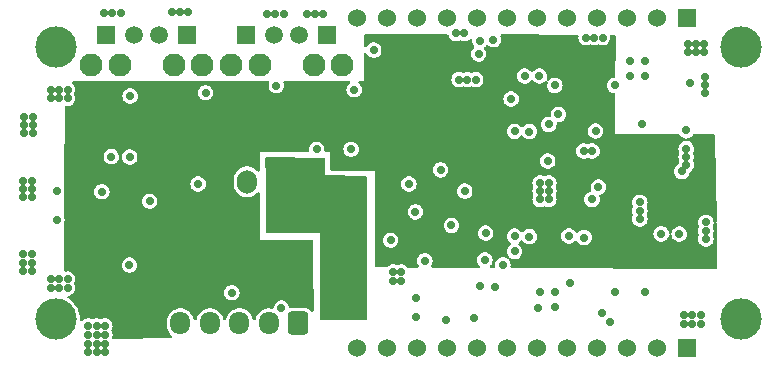
<source format=gbr>
%TF.GenerationSoftware,KiCad,Pcbnew,7.0.6*%
%TF.CreationDate,2023-10-11T20:15:21+08:00*%
%TF.ProjectId,PCB_ESP32WROOM32E_RPI_Zero_Form_Hackster,5043425f-4553-4503-9332-57524f4f4d33,rev?*%
%TF.SameCoordinates,Original*%
%TF.FileFunction,Copper,L3,Inr*%
%TF.FilePolarity,Positive*%
%FSLAX46Y46*%
G04 Gerber Fmt 4.6, Leading zero omitted, Abs format (unit mm)*
G04 Created by KiCad (PCBNEW 7.0.6) date 2023-10-11 20:15:21*
%MOMM*%
%LPD*%
G01*
G04 APERTURE LIST*
G04 Aperture macros list*
%AMRoundRect*
0 Rectangle with rounded corners*
0 $1 Rounding radius*
0 $2 $3 $4 $5 $6 $7 $8 $9 X,Y pos of 4 corners*
0 Add a 4 corners polygon primitive as box body*
4,1,4,$2,$3,$4,$5,$6,$7,$8,$9,$2,$3,0*
0 Add four circle primitives for the rounded corners*
1,1,$1+$1,$2,$3*
1,1,$1+$1,$4,$5*
1,1,$1+$1,$6,$7*
1,1,$1+$1,$8,$9*
0 Add four rect primitives between the rounded corners*
20,1,$1+$1,$2,$3,$4,$5,0*
20,1,$1+$1,$4,$5,$6,$7,0*
20,1,$1+$1,$6,$7,$8,$9,0*
20,1,$1+$1,$8,$9,$2,$3,0*%
G04 Aperture macros list end*
%TA.AperFunction,ComponentPad*%
%ADD10RoundRect,0.250000X0.600000X0.725000X-0.600000X0.725000X-0.600000X-0.725000X0.600000X-0.725000X0*%
%TD*%
%TA.AperFunction,ComponentPad*%
%ADD11O,1.700000X1.950000*%
%TD*%
%TA.AperFunction,ComponentPad*%
%ADD12R,1.508000X1.508000*%
%TD*%
%TA.AperFunction,ComponentPad*%
%ADD13C,1.508000*%
%TD*%
%TA.AperFunction,ComponentPad*%
%ADD14C,1.950000*%
%TD*%
%TA.AperFunction,ComponentPad*%
%ADD15RoundRect,0.250000X0.600000X0.750000X-0.600000X0.750000X-0.600000X-0.750000X0.600000X-0.750000X0*%
%TD*%
%TA.AperFunction,ComponentPad*%
%ADD16O,1.700000X2.000000*%
%TD*%
%TA.AperFunction,ComponentPad*%
%ADD17C,3.500000*%
%TD*%
%TA.AperFunction,ComponentPad*%
%ADD18R,1.524000X1.524000*%
%TD*%
%TA.AperFunction,ComponentPad*%
%ADD19C,1.524000*%
%TD*%
%TA.AperFunction,ViaPad*%
%ADD20C,0.700000*%
%TD*%
G04 APERTURE END LIST*
D10*
%TO.N,GND*%
%TO.C,J4*%
X91700000Y-107900000D03*
D11*
%TO.N,/ESP32S3_Minsys/RTS*%
X89200000Y-107900000D03*
%TO.N,/ESP32S3_Minsys/ESP_TXD*%
X86700000Y-107900000D03*
%TO.N,/ESP32S3_Minsys/ESP_RXD*%
X84200000Y-107900000D03*
%TO.N,/ESP32S3_Minsys/DTR*%
X81700000Y-107900000D03*
%TO.N,/ESP32S3_Minsys/3V3*%
X79200000Y-107900000D03*
%TD*%
D12*
%TO.N,GND*%
%TO.C,S5*%
X82300000Y-83500000D03*
D13*
%TO.N,/ESP32S3_Minsys/IO33*%
X77800000Y-83500000D03*
D14*
%TO.N,N/C*%
X83550000Y-86000000D03*
X76550000Y-86000000D03*
%TD*%
D15*
%TO.N,/ESP32S3_Minsys/5V*%
%TO.C,J1*%
X89850000Y-95900000D03*
D16*
%TO.N,GND*%
X87350000Y-95900000D03*
%TD*%
D17*
%TO.N,*%
%TO.C,Coral_Dev_Board1*%
X129130000Y-107530000D03*
X129130000Y-84530000D03*
X71130000Y-107530000D03*
X71130000Y-84530000D03*
D18*
%TO.N,GND*%
X124630000Y-82060000D03*
D19*
%TO.N,unconnected-(Coral_Dev_Board1-Pin_2-Pad2)*%
X122090000Y-82060000D03*
%TO.N,Net-(Coral_Dev_Board1-Pin_3)*%
X119550000Y-82060000D03*
%TO.N,unconnected-(Coral_Dev_Board1-Pin_4-Pad4)*%
X117010000Y-82060000D03*
%TO.N,Net-(Coral_Dev_Board1-Pin_5)*%
X114470000Y-82060000D03*
%TO.N,Net-(Coral_Dev_Board1-Pin_6)*%
X111930000Y-82060000D03*
%TO.N,Net-(Coral_Dev_Board1-Pin_7)*%
X109390000Y-82060000D03*
%TO.N,Net-(Coral_Dev_Board1-Pin_8)*%
X106850000Y-82060000D03*
%TO.N,unconnected-(Coral_Dev_Board1-Pin_9-Pad9)*%
X104310000Y-82060000D03*
%TO.N,Net-(Coral_Dev_Board1-Pin_10)*%
X101770000Y-82060000D03*
%TO.N,Net-(Coral_Dev_Board1-Pin_11)*%
X99230000Y-82060000D03*
%TO.N,Net-(Coral_Dev_Board1-Pin_12)*%
X96690000Y-82060000D03*
D18*
%TO.N,GND*%
X124630000Y-110000000D03*
D19*
%TO.N,unconnected-(Coral_Dev_Board1-Pin_14-Pad14)*%
X122090000Y-110000000D03*
%TO.N,Net-(Coral_Dev_Board1-Pin_15)*%
X119550000Y-110000000D03*
%TO.N,Net-(Coral_Dev_Board1-Pin_16)*%
X117010000Y-110000000D03*
%TO.N,Net-(Coral_Dev_Board1-Pin_17)*%
X114470000Y-110000000D03*
%TO.N,Net-(Coral_Dev_Board1-Pin_18)*%
X111930000Y-110000000D03*
%TO.N,Net-(Coral_Dev_Board1-Pin_19)*%
X109390000Y-110000000D03*
%TO.N,Net-(Coral_Dev_Board1-Pin_20)*%
X106850000Y-110000000D03*
%TO.N,Net-(Coral_Dev_Board1-Pin_21)*%
X104310000Y-110000000D03*
%TO.N,Net-(Coral_Dev_Board1-Pin_22)*%
X101770000Y-110000000D03*
%TO.N,Net-(Coral_Dev_Board1-Pin_23)*%
X99230000Y-110000000D03*
%TO.N,Net-(Coral_Dev_Board1-Pin_24)*%
X96690000Y-110000000D03*
%TD*%
D12*
%TO.N,GND*%
%TO.C,S6*%
X94150000Y-83500000D03*
D13*
%TO.N,/ESP32S3_Minsys/IO26*%
X89650000Y-83500000D03*
D14*
%TO.N,N/C*%
X95400000Y-86000000D03*
X88400000Y-86000000D03*
%TD*%
D12*
%TO.N,GND*%
%TO.C,S4*%
X75400000Y-83500000D03*
D13*
%TO.N,/ESP32S3_Minsys/IO25*%
X79900000Y-83500000D03*
D14*
%TO.N,N/C*%
X74150000Y-86000000D03*
X81150000Y-86000000D03*
%TD*%
D12*
%TO.N,GND*%
%TO.C,S3*%
X87250000Y-83500000D03*
D13*
%TO.N,/ESP32S3_Minsys/IO27*%
X91750000Y-83500000D03*
D14*
%TO.N,N/C*%
X86000000Y-86000000D03*
X93000000Y-86000000D03*
%TD*%
D20*
%TO.N,GND*%
X76650000Y-81650000D03*
X99700000Y-104300000D03*
X74600000Y-108850000D03*
X105050000Y-83350000D03*
X73900000Y-108850000D03*
X126200000Y-99350000D03*
X69200000Y-90400000D03*
X68350000Y-97200000D03*
X72150000Y-104150000D03*
X75300000Y-109600000D03*
X93800000Y-81700000D03*
X75300000Y-110350000D03*
X126200000Y-100750000D03*
X75300000Y-108850000D03*
X116550000Y-93300000D03*
X125750000Y-107950000D03*
X125350000Y-84200000D03*
X105750000Y-83350000D03*
X69100000Y-97200000D03*
X112150000Y-96000000D03*
X116050000Y-83700000D03*
X115850000Y-93300000D03*
X75950000Y-81650000D03*
X69200000Y-91100000D03*
X71450000Y-104150000D03*
X126050000Y-84950000D03*
X69100000Y-103450000D03*
X74600000Y-109600000D03*
X73900000Y-110350000D03*
X72150000Y-104900000D03*
X112900000Y-96000000D03*
X70750000Y-88850000D03*
X68450000Y-90400000D03*
X112150000Y-97400000D03*
X73900000Y-109600000D03*
X124350000Y-107200000D03*
X124525000Y-93100000D03*
X72150000Y-88100000D03*
X124150000Y-95025000D03*
X75300000Y-108100000D03*
X68350000Y-102750000D03*
X70750000Y-88100000D03*
X80950000Y-81550000D03*
X70750000Y-104900000D03*
X89050000Y-81700000D03*
X72150000Y-88850000D03*
X106000000Y-87250000D03*
X100400000Y-104300000D03*
X120600000Y-99050000D03*
X105300000Y-87250000D03*
X124650000Y-84200000D03*
X93100000Y-81700000D03*
X70750000Y-104150000D03*
X68350000Y-103450000D03*
X124525000Y-94475000D03*
X116750000Y-83700000D03*
X124525000Y-93775000D03*
X120600000Y-97650000D03*
X100400000Y-103550000D03*
X112900000Y-97400000D03*
X69100000Y-102050000D03*
X68350000Y-96500000D03*
X69100000Y-96500000D03*
X125050000Y-107200000D03*
X68450000Y-91100000D03*
X75250000Y-81650000D03*
X71450000Y-88850000D03*
X117450000Y-83700000D03*
X69100000Y-95800000D03*
X74600000Y-110350000D03*
X99700000Y-103550000D03*
X90450000Y-81700000D03*
X69100000Y-102750000D03*
X68450000Y-91800000D03*
X106700000Y-87250000D03*
X74600000Y-108100000D03*
X126050000Y-84200000D03*
X68350000Y-95800000D03*
X125750000Y-107200000D03*
X125050000Y-107950000D03*
X112150000Y-96700000D03*
X120600000Y-98350000D03*
X69200000Y-91800000D03*
X125350000Y-84950000D03*
X73900000Y-108100000D03*
X81650000Y-81550000D03*
X112900000Y-96700000D03*
X124350000Y-107950000D03*
X124650000Y-84950000D03*
X71450000Y-104900000D03*
X89750000Y-81700000D03*
X92400000Y-81700000D03*
X126200000Y-100050000D03*
X82350000Y-81550000D03*
X68350000Y-102050000D03*
X71450000Y-88100000D03*
%TO.N,/ESP32S3_Minsys/5V*%
X94950000Y-107300000D03*
X95500000Y-107300000D03*
X96600000Y-107300000D03*
X94400000Y-107300000D03*
X96050000Y-107300000D03*
%TO.N,/ESP32S3_Minsys/3V3*%
X85150000Y-100200000D03*
X85150000Y-103250000D03*
X100250000Y-85100000D03*
X85950000Y-102500000D03*
X85950000Y-100200000D03*
X85150000Y-102500000D03*
X91500000Y-90400000D03*
X126075000Y-93250000D03*
X126075000Y-94700000D03*
X126075000Y-93975000D03*
X126050000Y-96150000D03*
X100250000Y-84200000D03*
X89750000Y-90400000D03*
X79300000Y-90350000D03*
X85950000Y-103250000D03*
X77450000Y-90350000D03*
X78400000Y-90350000D03*
X85150000Y-101750000D03*
X85150000Y-100950000D03*
X85950000Y-100950000D03*
X126050000Y-95425000D03*
X98200000Y-93300000D03*
X73200000Y-103100000D03*
X85950000Y-101750000D03*
X90650000Y-90400000D03*
X98200000Y-94200000D03*
X72750000Y-102800000D03*
X98200000Y-92300000D03*
X100250000Y-85900000D03*
%TO.N,/ESP32S3_Minsys/SPI_CS*%
X75050000Y-96750000D03*
%TO.N,/ESP32S3_Minsys/SPI_MOSI*%
X83200000Y-96100000D03*
%TO.N,/ESP32S3_Minsys/SPI_CLK*%
X79100000Y-97550000D03*
%TO.N,/ESP32S3_Minsys/SPI_MISO*%
X77390000Y-102960000D03*
%TO.N,/ESP32S3_Minsys/CHIP_PU*%
X105773500Y-96697000D03*
X124540000Y-91560000D03*
X124845000Y-87575000D03*
X112800000Y-94150000D03*
%TO.N,Net-(Coral_Dev_Board1-Pin_12)*%
X98070000Y-84760000D03*
%TO.N,/ESP32S3_Minsys/RTS*%
X107550000Y-100250000D03*
X101600000Y-98450000D03*
X99500000Y-100850000D03*
%TO.N,/ESP32S3_Minsys/DTR*%
X90250000Y-106600000D03*
X107480500Y-102524500D03*
X102400000Y-102600000D03*
%TO.N,/ESP32S3_Minsys/ESP_RXD*%
X86050000Y-105300000D03*
%TO.N,/ESP32S3_Minsys/ESP_3V3*%
X126150000Y-87700000D03*
X126150000Y-88400000D03*
X126150000Y-87000000D03*
%TO.N,Net-(Coral_Dev_Board1-Pin_16)*%
X116550000Y-97400000D03*
X115875000Y-100625000D03*
%TO.N,/ESP32S3_Minsys/SDA*%
X122410000Y-100312500D03*
%TO.N,/ESP32S3_Minsys/SCL*%
X123940000Y-100332500D03*
%TO.N,/ESP32S3_Minsys/CS*%
X71226500Y-96644200D03*
X110000000Y-91630000D03*
%TO.N,/ESP32S3_Minsys/IO0*%
X101050000Y-96100000D03*
X103728000Y-94892000D03*
X104650000Y-99600000D03*
%TO.N,/ESP32S3_Minsys/SCK*%
X112100000Y-86950000D03*
X77410000Y-93810000D03*
X96150000Y-93150000D03*
X93240000Y-93160000D03*
%TO.N,/ESP32S3_Minsys/MOSI*%
X75849000Y-93781700D03*
X110000000Y-100510000D03*
%TO.N,Net-(Coral_Dev_Board1-Pin_5)*%
X116850000Y-91600000D03*
X111250000Y-91650000D03*
%TO.N,Net-(Coral_Dev_Board1-Pin_6)*%
X108200000Y-83875500D03*
%TO.N,Net-(Coral_Dev_Board1-Pin_7)*%
X114600000Y-100500000D03*
X111250000Y-100550000D03*
%TO.N,Net-(Coral_Dev_Board1-Pin_10)*%
X107050000Y-83950000D03*
X121050000Y-85650000D03*
%TO.N,Net-(Coral_Dev_Board1-Pin_11)*%
X106950000Y-85075500D03*
X119760000Y-85670000D03*
%TO.N,Net-(Coral_Dev_Board1-Pin_20)*%
X113400000Y-106500000D03*
%TO.N,Net-(Coral_Dev_Board1-Pin_21)*%
X106600000Y-107400000D03*
X108350000Y-104850000D03*
%TO.N,Net-(Coral_Dev_Board1-Pin_22)*%
X117100000Y-96350000D03*
X109000000Y-102950000D03*
X104150000Y-107600000D03*
X107100000Y-104750000D03*
%TO.N,Net-(Coral_Dev_Board1-Pin_23)*%
X111950000Y-106550000D03*
%TO.N,/ESP32S3_Minsys/MISO*%
X110000000Y-101800000D03*
X71237500Y-99150000D03*
%TO.N,/ESP32S3_Minsys/SVN*%
X120800000Y-91000000D03*
%TO.N,/ESP32S3_Minsys/IO21*%
X121050000Y-105250000D03*
%TO.N,/ESP32S3_Minsys/IO19*%
X118490000Y-105260000D03*
%TO.N,/ESP32S3_Minsys/IO16*%
X113400000Y-105250000D03*
%TO.N,/ESP32S3_Minsys/IO27*%
X113400000Y-87750000D03*
X96410000Y-88110000D03*
%TO.N,/ESP32S3_Minsys/IO4*%
X112150000Y-105250000D03*
%TO.N,/ESP32S3_Minsys/IO12*%
X110850000Y-86950000D03*
%TO.N,/ESP32S3_Minsys/IO32*%
X118470000Y-87750000D03*
%TO.N,/ESP32S3_Minsys/IO33*%
X112900000Y-91050000D03*
X77450000Y-88637500D03*
%TO.N,/ESP32S3_Minsys/IO25*%
X83830000Y-88370000D03*
X113700000Y-90200000D03*
%TO.N,/ESP32S3_Minsys/IO26*%
X89825000Y-87760000D03*
X109700000Y-88900000D03*
%TO.N,/ESP32S3_Minsys/IO17*%
X114650000Y-104450000D03*
%TO.N,Net-(IC1-RXD0)*%
X117400000Y-107050000D03*
X101662500Y-105750000D03*
%TO.N,/ESP32S3_Minsys/IO34*%
X121050000Y-86950000D03*
%TO.N,/ESP32S3_Minsys/IO35*%
X119750000Y-86950000D03*
%TO.N,Net-(IC1-TXD0)*%
X118100000Y-107800000D03*
X101662500Y-107350000D03*
%TD*%
%TA.AperFunction,Conductor*%
%TO.N,/ESP32S3_Minsys/5V*%
G36*
X93827229Y-93848784D02*
G01*
X93894069Y-93869131D01*
X93939299Y-93922386D01*
X93950000Y-93972778D01*
X93950000Y-95350000D01*
X97377746Y-95398278D01*
X97444502Y-95418905D01*
X97489509Y-95472348D01*
X97500000Y-95522266D01*
X97500000Y-107476000D01*
X97480315Y-107543039D01*
X97427511Y-107588794D01*
X97376000Y-107600000D01*
X93674000Y-107600000D01*
X93606961Y-107580315D01*
X93561206Y-107527511D01*
X93550000Y-107476000D01*
X93550000Y-100250000D01*
X89073042Y-100250000D01*
X89006003Y-100230315D01*
X88960248Y-100177511D01*
X88949046Y-100126961D01*
X88912964Y-95472348D01*
X88900978Y-93926202D01*
X88920142Y-93859014D01*
X88972590Y-93812851D01*
X89026199Y-93801249D01*
X93827229Y-93848784D01*
G37*
%TD.AperFunction*%
%TD*%
%TA.AperFunction,Conductor*%
%TO.N,/ESP32S3_Minsys/3V3*%
G36*
X104294655Y-83416536D02*
G01*
X104361646Y-83436378D01*
X104407277Y-83489289D01*
X104410945Y-83499864D01*
X104411103Y-83499805D01*
X104420912Y-83525668D01*
X104469780Y-83654523D01*
X104559517Y-83784530D01*
X104677760Y-83889283D01*
X104677762Y-83889284D01*
X104817634Y-83962696D01*
X104971014Y-84000500D01*
X104971015Y-84000500D01*
X105128985Y-84000500D01*
X105282365Y-83962696D01*
X105342375Y-83931199D01*
X105410881Y-83917474D01*
X105457624Y-83931199D01*
X105517635Y-83962696D01*
X105594324Y-83981597D01*
X105671014Y-84000500D01*
X105671015Y-84000500D01*
X105828985Y-84000500D01*
X105982365Y-83962696D01*
X106122238Y-83889284D01*
X106122237Y-83889284D01*
X106122240Y-83889283D01*
X106191093Y-83828284D01*
X106254326Y-83798563D01*
X106323589Y-83807747D01*
X106376893Y-83852919D01*
X106397313Y-83919738D01*
X106396416Y-83936045D01*
X106394722Y-83949998D01*
X106394722Y-83950000D01*
X106413762Y-84106818D01*
X106441526Y-84180024D01*
X106469780Y-84254523D01*
X106488194Y-84281200D01*
X106559518Y-84384532D01*
X106560607Y-84385761D01*
X106561119Y-84386851D01*
X106563778Y-84390703D01*
X106563137Y-84391145D01*
X106590324Y-84448996D01*
X106581136Y-84518259D01*
X106550013Y-84560797D01*
X106459518Y-84640968D01*
X106369781Y-84770975D01*
X106369780Y-84770976D01*
X106313762Y-84918681D01*
X106294722Y-85075499D01*
X106294722Y-85075500D01*
X106313762Y-85232318D01*
X106356678Y-85345477D01*
X106369780Y-85380023D01*
X106459517Y-85510030D01*
X106577760Y-85614783D01*
X106577762Y-85614784D01*
X106717634Y-85688196D01*
X106871014Y-85726000D01*
X106871015Y-85726000D01*
X107028985Y-85726000D01*
X107182365Y-85688196D01*
X107267315Y-85643610D01*
X107322240Y-85614783D01*
X107440483Y-85510030D01*
X107530220Y-85380023D01*
X107586237Y-85232318D01*
X107605278Y-85075500D01*
X107598479Y-85019500D01*
X107586237Y-84918681D01*
X107538641Y-84793182D01*
X107530220Y-84770977D01*
X107440483Y-84640970D01*
X107440481Y-84640967D01*
X107439393Y-84639739D01*
X107438880Y-84638648D01*
X107436222Y-84634797D01*
X107436862Y-84634354D01*
X107409675Y-84576504D01*
X107418863Y-84507241D01*
X107449985Y-84464702D01*
X107540483Y-84384530D01*
X107557025Y-84360563D01*
X107611307Y-84316574D01*
X107680755Y-84308914D01*
X107741300Y-84338187D01*
X107766560Y-84360565D01*
X107827762Y-84414785D01*
X107967634Y-84488196D01*
X108121014Y-84526000D01*
X108121015Y-84526000D01*
X108278985Y-84526000D01*
X108432365Y-84488196D01*
X108477130Y-84464701D01*
X108572240Y-84414783D01*
X108690483Y-84310030D01*
X108780220Y-84180023D01*
X108836237Y-84032318D01*
X108855278Y-83875500D01*
X108836237Y-83718682D01*
X108829151Y-83699999D01*
X108789456Y-83595331D01*
X108784089Y-83525668D01*
X108817236Y-83464162D01*
X108878374Y-83430340D01*
X108905682Y-83427360D01*
X115286333Y-83442338D01*
X115353324Y-83462180D01*
X115398955Y-83515091D01*
X115409136Y-83581284D01*
X115394722Y-83699999D01*
X115394721Y-83700000D01*
X115413762Y-83856818D01*
X115449101Y-83949998D01*
X115469780Y-84004523D01*
X115559517Y-84134530D01*
X115677760Y-84239283D01*
X115677762Y-84239284D01*
X115817634Y-84312696D01*
X115971014Y-84350500D01*
X115971015Y-84350500D01*
X116128985Y-84350500D01*
X116282365Y-84312696D01*
X116342375Y-84281199D01*
X116410881Y-84267474D01*
X116457624Y-84281199D01*
X116517635Y-84312696D01*
X116594324Y-84331597D01*
X116671014Y-84350500D01*
X116671015Y-84350500D01*
X116828985Y-84350500D01*
X116982365Y-84312696D01*
X117042375Y-84281199D01*
X117110881Y-84267474D01*
X117157624Y-84281199D01*
X117217635Y-84312696D01*
X117294324Y-84331597D01*
X117371014Y-84350500D01*
X117371015Y-84350500D01*
X117528985Y-84350500D01*
X117682365Y-84312696D01*
X117708719Y-84298864D01*
X117822240Y-84239283D01*
X117940483Y-84134530D01*
X118030220Y-84004523D01*
X118086237Y-83856818D01*
X118105278Y-83700000D01*
X118091698Y-83588159D01*
X118103158Y-83519236D01*
X118150062Y-83467450D01*
X118215082Y-83449213D01*
X118425554Y-83449707D01*
X118492545Y-83469549D01*
X118538176Y-83522460D01*
X118549259Y-83574445D01*
X118543960Y-84464701D01*
X118529010Y-86976239D01*
X118508928Y-87043159D01*
X118455852Y-87088599D01*
X118405013Y-87099500D01*
X118391014Y-87099500D01*
X118237634Y-87137303D01*
X118097762Y-87210715D01*
X117979516Y-87315471D01*
X117889781Y-87445475D01*
X117889780Y-87445476D01*
X117833762Y-87593181D01*
X117814721Y-87749999D01*
X117814721Y-87750000D01*
X117833762Y-87906818D01*
X117872716Y-88009530D01*
X117889780Y-88054523D01*
X117979517Y-88184530D01*
X118097760Y-88289283D01*
X118097762Y-88289284D01*
X118237634Y-88362696D01*
X118391014Y-88400500D01*
X118395792Y-88400500D01*
X118462831Y-88420185D01*
X118508586Y-88472989D01*
X118519790Y-88525238D01*
X118499999Y-91849999D01*
X118500000Y-91850000D01*
X123907361Y-91881808D01*
X123974281Y-91901886D01*
X124008679Y-91935366D01*
X124049514Y-91994527D01*
X124049516Y-91994529D01*
X124049517Y-91994530D01*
X124167760Y-92099283D01*
X124167762Y-92099284D01*
X124307634Y-92172696D01*
X124307633Y-92172696D01*
X124449874Y-92207754D01*
X124510255Y-92242910D01*
X124531117Y-92283742D01*
X124573242Y-92230578D01*
X124615125Y-92211451D01*
X124618983Y-92210500D01*
X124618985Y-92210500D01*
X124772365Y-92172696D01*
X124912240Y-92099283D01*
X125030483Y-91994530D01*
X125066198Y-91942786D01*
X125120479Y-91898797D01*
X125168970Y-91889229D01*
X126878341Y-91899284D01*
X126945263Y-91919363D01*
X126990706Y-91972435D01*
X127001600Y-92021651D01*
X127097254Y-99291350D01*
X127082232Y-99345113D01*
X127096939Y-99375528D01*
X127098608Y-99394237D01*
X127148338Y-103173717D01*
X127129537Y-103241009D01*
X127077340Y-103287455D01*
X127023708Y-103299346D01*
X109763026Y-103210066D01*
X109696089Y-103190035D01*
X109650608Y-103136995D01*
X109640571Y-103071121D01*
X109644276Y-103040614D01*
X109655278Y-102950000D01*
X109653737Y-102937304D01*
X109636237Y-102793181D01*
X109614992Y-102737164D01*
X109580220Y-102645477D01*
X109507589Y-102540253D01*
X109485707Y-102473899D01*
X109503172Y-102406248D01*
X109554440Y-102358778D01*
X109623234Y-102346561D01*
X109667266Y-102360018D01*
X109767634Y-102412696D01*
X109921014Y-102450500D01*
X109921015Y-102450500D01*
X110078985Y-102450500D01*
X110232365Y-102412696D01*
X110250004Y-102403438D01*
X110372240Y-102339283D01*
X110490483Y-102234530D01*
X110580220Y-102104523D01*
X110636237Y-101956818D01*
X110655278Y-101800000D01*
X110636237Y-101643182D01*
X110580220Y-101495477D01*
X110490483Y-101365470D01*
X110372240Y-101260717D01*
X110372235Y-101260714D01*
X110366928Y-101257051D01*
X110322937Y-101202769D01*
X110315277Y-101133320D01*
X110346379Y-101070755D01*
X110366928Y-101052949D01*
X110372229Y-101049288D01*
X110372240Y-101049283D01*
X110490483Y-100944530D01*
X110509145Y-100917492D01*
X110563427Y-100873503D01*
X110632876Y-100865843D01*
X110695441Y-100896946D01*
X110713244Y-100917492D01*
X110759517Y-100984530D01*
X110877760Y-101089283D01*
X110877762Y-101089284D01*
X111017634Y-101162696D01*
X111171014Y-101200500D01*
X111171015Y-101200500D01*
X111328985Y-101200500D01*
X111482365Y-101162696D01*
X111505602Y-101150500D01*
X111622240Y-101089283D01*
X111740483Y-100984530D01*
X111830220Y-100854523D01*
X111886237Y-100706818D01*
X111905278Y-100550000D01*
X111899207Y-100500000D01*
X113944722Y-100500000D01*
X113963762Y-100656818D01*
X113999102Y-100750000D01*
X114019780Y-100804523D01*
X114109517Y-100934530D01*
X114227760Y-101039283D01*
X114227762Y-101039284D01*
X114367634Y-101112696D01*
X114521014Y-101150500D01*
X114521015Y-101150500D01*
X114678985Y-101150500D01*
X114832365Y-101112696D01*
X114876974Y-101089283D01*
X114972240Y-101039283D01*
X115090483Y-100934530D01*
X115092305Y-100931889D01*
X115094139Y-100930403D01*
X115095457Y-100928916D01*
X115095704Y-100929135D01*
X115146583Y-100887896D01*
X115216031Y-100880232D01*
X115278598Y-100911330D01*
X115296408Y-100931882D01*
X115384517Y-101059530D01*
X115502760Y-101164283D01*
X115502762Y-101164284D01*
X115642634Y-101237696D01*
X115796014Y-101275500D01*
X115796015Y-101275500D01*
X115953985Y-101275500D01*
X116107365Y-101237696D01*
X116107364Y-101237696D01*
X116247240Y-101164283D01*
X116365483Y-101059530D01*
X116455220Y-100929523D01*
X116511237Y-100781818D01*
X116530278Y-100625000D01*
X116529310Y-100617023D01*
X116511237Y-100468181D01*
X116468703Y-100356029D01*
X116455220Y-100320477D01*
X116449714Y-100312500D01*
X121754721Y-100312500D01*
X121773762Y-100469318D01*
X121806077Y-100554523D01*
X121829780Y-100617023D01*
X121919517Y-100747030D01*
X122037760Y-100851783D01*
X122049860Y-100858133D01*
X122177634Y-100925196D01*
X122331014Y-100963000D01*
X122331015Y-100963000D01*
X122488985Y-100963000D01*
X122642365Y-100925196D01*
X122677381Y-100906818D01*
X122782240Y-100851783D01*
X122900483Y-100747030D01*
X122990220Y-100617023D01*
X123046237Y-100469318D01*
X123050689Y-100432646D01*
X123078309Y-100368469D01*
X123136243Y-100329412D01*
X123206095Y-100327876D01*
X123265690Y-100364348D01*
X123296105Y-100427251D01*
X123296881Y-100432644D01*
X123303763Y-100489319D01*
X123328492Y-100554523D01*
X123359780Y-100637023D01*
X123449517Y-100767030D01*
X123567760Y-100871783D01*
X123567762Y-100871784D01*
X123707634Y-100945196D01*
X123861014Y-100983000D01*
X123861015Y-100983000D01*
X124018985Y-100983000D01*
X124172365Y-100945196D01*
X124202966Y-100929135D01*
X124312240Y-100871783D01*
X124430483Y-100767030D01*
X124442238Y-100750000D01*
X125544721Y-100750000D01*
X125563762Y-100906818D01*
X125593234Y-100984528D01*
X125619780Y-101054523D01*
X125709517Y-101184530D01*
X125827760Y-101289283D01*
X125827762Y-101289284D01*
X125967634Y-101362696D01*
X126121014Y-101400500D01*
X126121015Y-101400500D01*
X126278985Y-101400500D01*
X126432365Y-101362696D01*
X126432364Y-101362696D01*
X126572240Y-101289283D01*
X126690483Y-101184530D01*
X126780220Y-101054523D01*
X126836237Y-100906818D01*
X126855278Y-100750000D01*
X126836237Y-100593182D01*
X126780220Y-100445477D01*
X126780217Y-100445473D01*
X126779648Y-100443972D01*
X126774281Y-100374308D01*
X126779648Y-100356028D01*
X126780217Y-100354526D01*
X126780220Y-100354523D01*
X126836237Y-100206818D01*
X126855278Y-100050000D01*
X126842586Y-99945475D01*
X126836237Y-99893182D01*
X126823463Y-99859500D01*
X126780220Y-99745477D01*
X126780217Y-99745473D01*
X126779648Y-99743972D01*
X126774281Y-99674308D01*
X126779648Y-99656028D01*
X126780217Y-99654526D01*
X126780220Y-99654523D01*
X126836237Y-99506818D01*
X126851523Y-99380920D01*
X126866210Y-99346794D01*
X126854758Y-99329478D01*
X126850169Y-99307927D01*
X126836237Y-99193182D01*
X126780220Y-99045477D01*
X126690483Y-98915470D01*
X126572240Y-98810717D01*
X126572238Y-98810716D01*
X126572237Y-98810715D01*
X126432365Y-98737303D01*
X126278986Y-98699500D01*
X126278985Y-98699500D01*
X126121015Y-98699500D01*
X126121014Y-98699500D01*
X125967634Y-98737303D01*
X125827762Y-98810715D01*
X125709516Y-98915471D01*
X125619781Y-99045475D01*
X125619780Y-99045476D01*
X125563762Y-99193181D01*
X125544721Y-99349999D01*
X125544721Y-99350000D01*
X125563763Y-99506818D01*
X125620351Y-99656029D01*
X125625718Y-99725692D01*
X125620351Y-99743971D01*
X125563763Y-99893181D01*
X125544721Y-100049999D01*
X125544721Y-100050000D01*
X125563763Y-100206818D01*
X125620351Y-100356029D01*
X125625718Y-100425692D01*
X125620351Y-100443971D01*
X125563763Y-100593181D01*
X125544721Y-100749999D01*
X125544721Y-100750000D01*
X124442238Y-100750000D01*
X124520220Y-100637023D01*
X124576237Y-100489318D01*
X124595278Y-100332500D01*
X124592850Y-100312499D01*
X124576237Y-100175681D01*
X124544949Y-100093182D01*
X124520220Y-100027977D01*
X124430483Y-99897970D01*
X124312240Y-99793217D01*
X124312238Y-99793216D01*
X124312237Y-99793215D01*
X124172365Y-99719803D01*
X124018986Y-99682000D01*
X124018985Y-99682000D01*
X123861015Y-99682000D01*
X123861014Y-99682000D01*
X123707634Y-99719803D01*
X123567762Y-99793215D01*
X123567759Y-99793217D01*
X123567760Y-99793217D01*
X123472092Y-99877971D01*
X123449516Y-99897971D01*
X123359781Y-100027975D01*
X123359780Y-100027976D01*
X123303763Y-100175680D01*
X123299310Y-100212354D01*
X123271688Y-100276532D01*
X123213753Y-100315588D01*
X123143901Y-100317123D01*
X123084307Y-100280648D01*
X123053893Y-100217745D01*
X123053118Y-100212353D01*
X123051557Y-100199500D01*
X123046237Y-100155682D01*
X122990220Y-100007977D01*
X122900483Y-99877970D01*
X122782240Y-99773217D01*
X122782238Y-99773216D01*
X122782237Y-99773215D01*
X122642365Y-99699803D01*
X122488986Y-99662000D01*
X122488985Y-99662000D01*
X122331015Y-99662000D01*
X122331014Y-99662000D01*
X122177634Y-99699803D01*
X122037762Y-99773215D01*
X121919516Y-99877971D01*
X121829781Y-100007975D01*
X121829780Y-100007976D01*
X121773762Y-100155681D01*
X121754721Y-100312499D01*
X121754721Y-100312500D01*
X116449714Y-100312500D01*
X116365483Y-100190470D01*
X116247240Y-100085717D01*
X116247238Y-100085716D01*
X116247237Y-100085715D01*
X116107365Y-100012303D01*
X115953986Y-99974500D01*
X115953985Y-99974500D01*
X115796015Y-99974500D01*
X115796014Y-99974500D01*
X115642634Y-100012303D01*
X115502762Y-100085715D01*
X115384513Y-100190473D01*
X115382686Y-100193121D01*
X115380849Y-100194608D01*
X115379543Y-100196084D01*
X115379297Y-100195866D01*
X115328401Y-100237109D01*
X115258952Y-100244765D01*
X115196389Y-100213658D01*
X115178590Y-100193116D01*
X115178549Y-100193057D01*
X115090483Y-100065470D01*
X114972240Y-99960717D01*
X114972238Y-99960716D01*
X114972237Y-99960715D01*
X114832365Y-99887303D01*
X114678986Y-99849500D01*
X114678985Y-99849500D01*
X114521015Y-99849500D01*
X114521014Y-99849500D01*
X114367634Y-99887303D01*
X114227762Y-99960715D01*
X114109516Y-100065471D01*
X114019781Y-100195475D01*
X114019780Y-100195476D01*
X113963762Y-100343181D01*
X113944722Y-100499999D01*
X113944722Y-100500000D01*
X111899207Y-100500000D01*
X111895344Y-100468181D01*
X111886237Y-100393181D01*
X111857392Y-100317123D01*
X111830220Y-100245477D01*
X111740483Y-100115470D01*
X111622240Y-100010717D01*
X111622238Y-100010716D01*
X111622237Y-100010715D01*
X111482365Y-99937303D01*
X111328986Y-99899500D01*
X111328985Y-99899500D01*
X111171015Y-99899500D01*
X111171014Y-99899500D01*
X111017634Y-99937303D01*
X110877762Y-100010715D01*
X110759515Y-100115471D01*
X110740852Y-100142509D01*
X110686568Y-100186498D01*
X110617119Y-100194155D01*
X110554555Y-100163050D01*
X110536754Y-100142506D01*
X110534529Y-100139283D01*
X110490483Y-100075470D01*
X110372240Y-99970717D01*
X110372238Y-99970716D01*
X110372237Y-99970715D01*
X110232365Y-99897303D01*
X110078986Y-99859500D01*
X110078985Y-99859500D01*
X109921015Y-99859500D01*
X109921014Y-99859500D01*
X109767634Y-99897303D01*
X109627762Y-99970715D01*
X109509516Y-100075471D01*
X109419781Y-100205475D01*
X109419780Y-100205476D01*
X109363762Y-100353181D01*
X109344722Y-100509999D01*
X109344722Y-100510000D01*
X109363762Y-100666818D01*
X109415988Y-100804524D01*
X109419780Y-100814523D01*
X109509517Y-100944530D01*
X109627760Y-101049283D01*
X109627761Y-101049283D01*
X109627763Y-101049285D01*
X109633075Y-101052952D01*
X109677064Y-101107236D01*
X109684721Y-101176685D01*
X109653616Y-101239249D01*
X109633075Y-101257048D01*
X109627763Y-101260714D01*
X109509516Y-101365471D01*
X109419781Y-101495475D01*
X109419780Y-101495476D01*
X109363762Y-101643181D01*
X109344722Y-101799999D01*
X109344722Y-101800000D01*
X109363762Y-101956818D01*
X109419780Y-102104523D01*
X109419781Y-102104524D01*
X109492409Y-102209745D01*
X109514292Y-102276100D01*
X109496826Y-102343751D01*
X109445559Y-102391221D01*
X109376765Y-102403438D01*
X109332733Y-102389981D01*
X109232365Y-102337303D01*
X109078986Y-102299500D01*
X109078985Y-102299500D01*
X108921015Y-102299500D01*
X108921014Y-102299500D01*
X108767634Y-102337303D01*
X108627762Y-102410715D01*
X108509516Y-102515471D01*
X108419781Y-102645475D01*
X108419780Y-102645476D01*
X108363762Y-102793181D01*
X108344722Y-102949999D01*
X108344722Y-102950000D01*
X108358468Y-103063217D01*
X108347007Y-103132141D01*
X108300103Y-103183926D01*
X108234731Y-103202161D01*
X108024091Y-103201072D01*
X107957154Y-103181041D01*
X107911673Y-103128002D01*
X107902087Y-103058793D01*
X107931440Y-102995388D01*
X107942496Y-102984266D01*
X107970983Y-102959030D01*
X108060720Y-102829023D01*
X108116737Y-102681318D01*
X108135778Y-102524500D01*
X108116737Y-102367682D01*
X108113830Y-102360018D01*
X108089353Y-102295476D01*
X108060720Y-102219977D01*
X107970983Y-102089970D01*
X107852740Y-101985217D01*
X107852738Y-101985216D01*
X107852737Y-101985215D01*
X107712865Y-101911803D01*
X107559486Y-101874000D01*
X107559485Y-101874000D01*
X107401515Y-101874000D01*
X107401514Y-101874000D01*
X107248134Y-101911803D01*
X107108262Y-101985215D01*
X106990016Y-102089971D01*
X106900281Y-102219975D01*
X106900280Y-102219976D01*
X106844262Y-102367681D01*
X106825222Y-102524499D01*
X106825222Y-102524500D01*
X106844262Y-102681318D01*
X106900280Y-102829023D01*
X106900281Y-102829024D01*
X106990015Y-102959028D01*
X106990017Y-102959030D01*
X107007208Y-102974260D01*
X107012102Y-102978595D01*
X107049229Y-103037785D01*
X107048461Y-103107650D01*
X107010044Y-103166010D01*
X106946173Y-103194335D01*
X106929234Y-103195409D01*
X103028980Y-103175235D01*
X102962043Y-103155204D01*
X102916562Y-103102164D01*
X102906976Y-103032955D01*
X102927570Y-102980798D01*
X102980220Y-102904523D01*
X103036237Y-102756818D01*
X103055278Y-102600000D01*
X103046229Y-102525470D01*
X103036237Y-102443181D01*
X102999875Y-102347303D01*
X102980220Y-102295477D01*
X102890483Y-102165470D01*
X102772240Y-102060717D01*
X102772238Y-102060716D01*
X102772237Y-102060715D01*
X102632365Y-101987303D01*
X102478986Y-101949500D01*
X102478985Y-101949500D01*
X102321015Y-101949500D01*
X102321014Y-101949500D01*
X102167634Y-101987303D01*
X102027762Y-102060715D01*
X101909516Y-102165471D01*
X101819781Y-102295475D01*
X101819780Y-102295476D01*
X101763762Y-102443181D01*
X101744722Y-102599999D01*
X101744722Y-102600000D01*
X101763762Y-102756818D01*
X101791147Y-102829024D01*
X101819780Y-102904523D01*
X101858072Y-102959999D01*
X101867916Y-102974260D01*
X101889799Y-103040614D01*
X101872334Y-103108266D01*
X101821066Y-103155736D01*
X101765225Y-103168698D01*
X100988893Y-103164683D01*
X100921956Y-103144652D01*
X100896645Y-103120034D01*
X100895458Y-103121086D01*
X100890483Y-103115470D01*
X100847702Y-103077570D01*
X100772240Y-103010717D01*
X100772238Y-103010716D01*
X100772237Y-103010715D01*
X100632365Y-102937303D01*
X100478986Y-102899500D01*
X100478985Y-102899500D01*
X100321015Y-102899500D01*
X100167635Y-102937303D01*
X100107625Y-102968800D01*
X100039117Y-102982525D01*
X99992375Y-102968800D01*
X99932364Y-102937303D01*
X99778985Y-102899500D01*
X99621015Y-102899500D01*
X99621014Y-102899500D01*
X99467634Y-102937303D01*
X99327762Y-103010715D01*
X99327759Y-103010717D01*
X99327760Y-103010717D01*
X99209517Y-103115470D01*
X99209516Y-103115471D01*
X99203903Y-103120444D01*
X99202511Y-103118873D01*
X99152295Y-103150365D01*
X99118040Y-103155006D01*
X98274118Y-103150641D01*
X98207181Y-103130610D01*
X98161700Y-103077570D01*
X98150761Y-103025882D01*
X98150855Y-103010715D01*
X98164111Y-100850000D01*
X98844722Y-100850000D01*
X98863762Y-101006818D01*
X98911739Y-101133320D01*
X98919780Y-101154523D01*
X99009517Y-101284530D01*
X99127760Y-101389283D01*
X99127762Y-101389284D01*
X99267634Y-101462696D01*
X99421014Y-101500500D01*
X99421015Y-101500500D01*
X99578985Y-101500500D01*
X99732365Y-101462696D01*
X99732364Y-101462696D01*
X99872240Y-101389283D01*
X99990483Y-101284530D01*
X100080220Y-101154523D01*
X100136237Y-101006818D01*
X100155278Y-100850000D01*
X100150971Y-100814524D01*
X100136237Y-100693181D01*
X100098312Y-100593182D01*
X100080220Y-100545477D01*
X99990483Y-100415470D01*
X99872240Y-100310717D01*
X99872238Y-100310716D01*
X99872237Y-100310715D01*
X99732365Y-100237303D01*
X99578986Y-100199500D01*
X99578985Y-100199500D01*
X99421015Y-100199500D01*
X99421014Y-100199500D01*
X99267634Y-100237303D01*
X99127762Y-100310715D01*
X99009516Y-100415471D01*
X98919781Y-100545475D01*
X98919780Y-100545476D01*
X98863762Y-100693181D01*
X98844722Y-100849999D01*
X98844722Y-100850000D01*
X98164111Y-100850000D01*
X98171780Y-99600000D01*
X103994722Y-99600000D01*
X104013762Y-99756818D01*
X104065479Y-99893182D01*
X104069780Y-99904523D01*
X104159517Y-100034530D01*
X104277760Y-100139283D01*
X104277762Y-100139284D01*
X104417634Y-100212696D01*
X104571014Y-100250500D01*
X104571015Y-100250500D01*
X104728985Y-100250500D01*
X104731014Y-100250000D01*
X106894722Y-100250000D01*
X106913762Y-100406818D01*
X106966349Y-100545476D01*
X106969780Y-100554523D01*
X107059517Y-100684530D01*
X107177760Y-100789283D01*
X107177762Y-100789284D01*
X107317634Y-100862696D01*
X107471014Y-100900500D01*
X107471015Y-100900500D01*
X107628985Y-100900500D01*
X107782365Y-100862696D01*
X107806557Y-100849999D01*
X107922240Y-100789283D01*
X108040483Y-100684530D01*
X108130220Y-100554523D01*
X108186237Y-100406818D01*
X108205278Y-100250000D01*
X108203737Y-100237304D01*
X108186237Y-100093181D01*
X108153923Y-100007977D01*
X108130220Y-99945477D01*
X108040483Y-99815470D01*
X107922240Y-99710717D01*
X107922238Y-99710716D01*
X107922237Y-99710715D01*
X107782365Y-99637303D01*
X107628986Y-99599500D01*
X107628985Y-99599500D01*
X107471015Y-99599500D01*
X107471014Y-99599500D01*
X107317634Y-99637303D01*
X107177762Y-99710715D01*
X107059516Y-99815471D01*
X106969781Y-99945475D01*
X106969780Y-99945476D01*
X106913762Y-100093181D01*
X106894722Y-100249999D01*
X106894722Y-100250000D01*
X104731014Y-100250000D01*
X104882365Y-100212696D01*
X104896123Y-100205475D01*
X105022240Y-100139283D01*
X105140483Y-100034530D01*
X105230220Y-99904523D01*
X105286237Y-99756818D01*
X105305278Y-99600000D01*
X105286237Y-99443182D01*
X105230220Y-99295477D01*
X105140483Y-99165470D01*
X105022240Y-99060717D01*
X105022238Y-99060716D01*
X105022237Y-99060715D01*
X105001822Y-99050000D01*
X119944721Y-99050000D01*
X119963762Y-99206818D01*
X120003432Y-99311418D01*
X120019780Y-99354523D01*
X120109517Y-99484530D01*
X120227760Y-99589283D01*
X120227762Y-99589284D01*
X120367634Y-99662696D01*
X120521014Y-99700500D01*
X120521015Y-99700500D01*
X120678985Y-99700500D01*
X120832365Y-99662696D01*
X120847937Y-99654523D01*
X120972240Y-99589283D01*
X121090483Y-99484530D01*
X121180220Y-99354523D01*
X121236237Y-99206818D01*
X121255278Y-99050000D01*
X121236237Y-98893182D01*
X121180220Y-98745477D01*
X121180217Y-98745473D01*
X121179648Y-98743972D01*
X121174281Y-98674308D01*
X121179648Y-98656028D01*
X121180217Y-98654526D01*
X121180220Y-98654523D01*
X121236237Y-98506818D01*
X121255278Y-98350000D01*
X121236237Y-98193182D01*
X121180220Y-98045477D01*
X121180217Y-98045473D01*
X121179648Y-98043972D01*
X121174281Y-97974308D01*
X121179648Y-97956028D01*
X121180217Y-97954526D01*
X121180220Y-97954523D01*
X121236237Y-97806818D01*
X121255278Y-97650000D01*
X121236237Y-97493182D01*
X121180220Y-97345477D01*
X121090483Y-97215470D01*
X120972240Y-97110717D01*
X120972238Y-97110716D01*
X120972237Y-97110715D01*
X120832365Y-97037303D01*
X120678986Y-96999500D01*
X120678985Y-96999500D01*
X120521015Y-96999500D01*
X120521014Y-96999500D01*
X120367634Y-97037303D01*
X120227762Y-97110715D01*
X120109516Y-97215471D01*
X120019781Y-97345475D01*
X120019780Y-97345476D01*
X119963762Y-97493181D01*
X119944721Y-97649999D01*
X119944721Y-97650000D01*
X119963763Y-97806818D01*
X120020351Y-97956029D01*
X120025718Y-98025692D01*
X120020351Y-98043971D01*
X119963763Y-98193181D01*
X119944721Y-98349999D01*
X119944721Y-98350000D01*
X119963763Y-98506818D01*
X120020351Y-98656029D01*
X120025718Y-98725692D01*
X120020351Y-98743971D01*
X119963763Y-98893181D01*
X119944721Y-99049999D01*
X119944721Y-99050000D01*
X105001822Y-99050000D01*
X104882365Y-98987303D01*
X104728986Y-98949500D01*
X104728985Y-98949500D01*
X104571015Y-98949500D01*
X104571014Y-98949500D01*
X104417634Y-98987303D01*
X104277762Y-99060715D01*
X104159516Y-99165471D01*
X104069781Y-99295475D01*
X104069780Y-99295476D01*
X104013762Y-99443181D01*
X103994722Y-99599999D01*
X103994722Y-99600000D01*
X98171780Y-99600000D01*
X98178835Y-98450000D01*
X100944722Y-98450000D01*
X100963762Y-98606818D01*
X101016349Y-98745477D01*
X101019780Y-98754523D01*
X101109517Y-98884530D01*
X101227760Y-98989283D01*
X101227762Y-98989284D01*
X101367634Y-99062696D01*
X101521014Y-99100500D01*
X101521015Y-99100500D01*
X101678985Y-99100500D01*
X101832365Y-99062696D01*
X101856557Y-99049999D01*
X101972240Y-98989283D01*
X102090483Y-98884530D01*
X102180220Y-98754523D01*
X102236237Y-98606818D01*
X102255278Y-98450000D01*
X102236237Y-98293182D01*
X102180220Y-98145477D01*
X102090483Y-98015470D01*
X101972240Y-97910717D01*
X101972238Y-97910716D01*
X101972237Y-97910715D01*
X101832365Y-97837303D01*
X101678986Y-97799500D01*
X101678985Y-97799500D01*
X101521015Y-97799500D01*
X101521014Y-97799500D01*
X101367634Y-97837303D01*
X101227762Y-97910715D01*
X101109516Y-98015471D01*
X101019781Y-98145475D01*
X101019780Y-98145476D01*
X100963762Y-98293181D01*
X100944722Y-98449999D01*
X100944722Y-98450000D01*
X98178835Y-98450000D01*
X98185277Y-97400000D01*
X111494722Y-97400000D01*
X111513762Y-97556818D01*
X111549102Y-97650000D01*
X111569780Y-97704523D01*
X111659517Y-97834530D01*
X111777760Y-97939283D01*
X111777762Y-97939284D01*
X111917634Y-98012696D01*
X112071014Y-98050500D01*
X112071015Y-98050500D01*
X112228985Y-98050500D01*
X112382365Y-98012696D01*
X112467375Y-97968078D01*
X112535881Y-97954353D01*
X112582623Y-97968077D01*
X112667635Y-98012696D01*
X112720363Y-98025692D01*
X112821014Y-98050500D01*
X112821015Y-98050500D01*
X112978985Y-98050500D01*
X113132365Y-98012696D01*
X113205506Y-97974308D01*
X113272240Y-97939283D01*
X113390483Y-97834530D01*
X113480220Y-97704523D01*
X113536237Y-97556818D01*
X113555278Y-97400000D01*
X115894721Y-97400000D01*
X115913762Y-97556818D01*
X115949102Y-97650000D01*
X115969780Y-97704523D01*
X116059517Y-97834530D01*
X116177760Y-97939283D01*
X116177762Y-97939284D01*
X116317634Y-98012696D01*
X116471014Y-98050500D01*
X116471015Y-98050500D01*
X116628985Y-98050500D01*
X116782365Y-98012696D01*
X116855506Y-97974308D01*
X116922240Y-97939283D01*
X117040483Y-97834530D01*
X117130220Y-97704523D01*
X117186237Y-97556818D01*
X117205278Y-97400000D01*
X117186237Y-97243182D01*
X117151079Y-97150479D01*
X117145713Y-97080821D01*
X117178860Y-97019315D01*
X117237348Y-96986115D01*
X117332365Y-96962696D01*
X117358988Y-96948723D01*
X117472240Y-96889283D01*
X117590483Y-96784530D01*
X117680220Y-96654523D01*
X117736237Y-96506818D01*
X117755278Y-96350000D01*
X117752159Y-96324308D01*
X117736237Y-96193181D01*
X117714992Y-96137164D01*
X117680220Y-96045477D01*
X117590483Y-95915470D01*
X117472240Y-95810717D01*
X117472238Y-95810716D01*
X117472237Y-95810715D01*
X117332365Y-95737303D01*
X117178986Y-95699500D01*
X117178985Y-95699500D01*
X117021015Y-95699500D01*
X117021014Y-95699500D01*
X116867634Y-95737303D01*
X116727762Y-95810715D01*
X116609516Y-95915471D01*
X116519781Y-96045475D01*
X116519780Y-96045476D01*
X116463762Y-96193181D01*
X116444721Y-96349999D01*
X116444721Y-96350000D01*
X116463762Y-96506817D01*
X116474272Y-96534528D01*
X116498919Y-96599517D01*
X116504286Y-96669179D01*
X116471139Y-96730685D01*
X116412652Y-96763884D01*
X116317633Y-96787304D01*
X116177762Y-96860715D01*
X116059516Y-96965471D01*
X115969781Y-97095475D01*
X115969780Y-97095476D01*
X115913762Y-97243181D01*
X115894721Y-97399999D01*
X115894721Y-97400000D01*
X113555278Y-97400000D01*
X113536237Y-97243182D01*
X113480220Y-97095477D01*
X113480217Y-97095473D01*
X113479648Y-97093972D01*
X113474281Y-97024308D01*
X113479648Y-97006028D01*
X113480217Y-97004526D01*
X113480220Y-97004523D01*
X113536237Y-96856818D01*
X113555278Y-96700000D01*
X113536237Y-96543182D01*
X113480220Y-96395477D01*
X113480217Y-96395473D01*
X113479648Y-96393972D01*
X113474281Y-96324308D01*
X113479648Y-96306028D01*
X113480217Y-96304526D01*
X113480220Y-96304523D01*
X113536237Y-96156818D01*
X113555278Y-96000000D01*
X113545015Y-95915471D01*
X113536237Y-95843181D01*
X113496082Y-95737303D01*
X113480220Y-95695477D01*
X113390483Y-95565470D01*
X113272240Y-95460717D01*
X113272238Y-95460716D01*
X113272237Y-95460715D01*
X113132365Y-95387303D01*
X112978986Y-95349500D01*
X112978985Y-95349500D01*
X112821015Y-95349500D01*
X112821014Y-95349500D01*
X112667637Y-95387303D01*
X112582625Y-95431921D01*
X112514116Y-95445646D01*
X112467373Y-95431920D01*
X112382365Y-95387304D01*
X112382364Y-95387303D01*
X112382363Y-95387303D01*
X112228986Y-95349500D01*
X112228985Y-95349500D01*
X112071015Y-95349500D01*
X112071014Y-95349500D01*
X111917634Y-95387303D01*
X111777762Y-95460715D01*
X111777759Y-95460717D01*
X111777760Y-95460717D01*
X111690875Y-95537690D01*
X111659516Y-95565471D01*
X111569781Y-95695475D01*
X111569780Y-95695476D01*
X111513762Y-95843181D01*
X111494722Y-95999999D01*
X111494722Y-96000000D01*
X111513763Y-96156818D01*
X111570351Y-96306029D01*
X111575718Y-96375692D01*
X111570351Y-96393971D01*
X111513763Y-96543181D01*
X111494722Y-96699999D01*
X111494722Y-96700000D01*
X111513763Y-96856818D01*
X111570351Y-97006029D01*
X111575718Y-97075692D01*
X111570351Y-97093971D01*
X111513763Y-97243181D01*
X111494722Y-97399999D01*
X111494722Y-97400000D01*
X98185277Y-97400000D01*
X98193252Y-96100000D01*
X100394722Y-96100000D01*
X100413762Y-96256818D01*
X100466349Y-96395477D01*
X100469780Y-96404523D01*
X100559517Y-96534530D01*
X100677760Y-96639283D01*
X100677762Y-96639284D01*
X100817634Y-96712696D01*
X100971014Y-96750500D01*
X100971015Y-96750500D01*
X101128985Y-96750500D01*
X101282365Y-96712696D01*
X101312271Y-96697000D01*
X105118222Y-96697000D01*
X105137262Y-96853818D01*
X105192513Y-96999500D01*
X105193280Y-97001523D01*
X105283017Y-97131530D01*
X105401260Y-97236283D01*
X105401262Y-97236284D01*
X105541134Y-97309696D01*
X105694514Y-97347500D01*
X105694515Y-97347500D01*
X105852485Y-97347500D01*
X106005865Y-97309696D01*
X106044758Y-97289283D01*
X106145740Y-97236283D01*
X106263983Y-97131530D01*
X106353720Y-97001523D01*
X106409737Y-96853818D01*
X106428778Y-96697000D01*
X106425801Y-96672477D01*
X106409737Y-96540181D01*
X106373819Y-96445475D01*
X106353720Y-96392477D01*
X106263983Y-96262470D01*
X106145740Y-96157717D01*
X106145738Y-96157716D01*
X106145737Y-96157715D01*
X106005865Y-96084303D01*
X105852486Y-96046500D01*
X105852485Y-96046500D01*
X105694515Y-96046500D01*
X105694514Y-96046500D01*
X105541134Y-96084303D01*
X105401262Y-96157715D01*
X105283016Y-96262471D01*
X105193281Y-96392475D01*
X105193280Y-96392476D01*
X105137262Y-96540181D01*
X105118222Y-96696999D01*
X105118222Y-96697000D01*
X101312271Y-96697000D01*
X101312273Y-96696999D01*
X101422240Y-96639283D01*
X101540483Y-96534530D01*
X101630220Y-96404523D01*
X101686237Y-96256818D01*
X101705278Y-96100000D01*
X101686237Y-95943182D01*
X101630220Y-95795477D01*
X101540483Y-95665470D01*
X101422240Y-95560717D01*
X101422238Y-95560716D01*
X101422237Y-95560715D01*
X101282365Y-95487303D01*
X101128986Y-95449500D01*
X101128985Y-95449500D01*
X100971015Y-95449500D01*
X100971014Y-95449500D01*
X100817634Y-95487303D01*
X100677762Y-95560715D01*
X100559516Y-95665471D01*
X100469781Y-95795475D01*
X100469780Y-95795476D01*
X100413762Y-95943181D01*
X100394722Y-96099999D01*
X100394722Y-96100000D01*
X98193252Y-96100000D01*
X98200000Y-95000000D01*
X94524000Y-95000000D01*
X94456961Y-94980315D01*
X94411206Y-94927511D01*
X94403481Y-94892000D01*
X103072722Y-94892000D01*
X103091762Y-95048818D01*
X103141253Y-95179312D01*
X103147780Y-95196523D01*
X103237517Y-95326530D01*
X103355760Y-95431283D01*
X103355762Y-95431284D01*
X103495634Y-95504696D01*
X103649014Y-95542500D01*
X103649015Y-95542500D01*
X103806985Y-95542500D01*
X103960365Y-95504696D01*
X104039500Y-95463162D01*
X104100240Y-95431283D01*
X104218483Y-95326530D01*
X104308220Y-95196523D01*
X104364237Y-95048818D01*
X104367129Y-95025000D01*
X123494721Y-95025000D01*
X123513762Y-95181818D01*
X123568644Y-95326528D01*
X123569780Y-95329523D01*
X123659517Y-95459530D01*
X123777760Y-95564283D01*
X123777762Y-95564284D01*
X123917634Y-95637696D01*
X124071014Y-95675500D01*
X124071015Y-95675500D01*
X124228985Y-95675500D01*
X124382365Y-95637696D01*
X124522240Y-95564283D01*
X124640483Y-95459530D01*
X124730220Y-95329523D01*
X124786237Y-95181818D01*
X124792563Y-95129710D01*
X124820183Y-95065533D01*
X124858035Y-95034859D01*
X124897236Y-95014285D01*
X124897235Y-95014285D01*
X124897240Y-95014283D01*
X125015483Y-94909530D01*
X125105220Y-94779523D01*
X125161237Y-94631818D01*
X125180278Y-94475000D01*
X125178517Y-94460500D01*
X125161237Y-94318182D01*
X125156927Y-94306818D01*
X125105220Y-94170477D01*
X125105217Y-94170473D01*
X125104648Y-94168972D01*
X125099281Y-94099308D01*
X125104648Y-94081028D01*
X125105217Y-94079526D01*
X125105220Y-94079523D01*
X125161237Y-93931818D01*
X125180278Y-93775000D01*
X125162051Y-93624881D01*
X125161237Y-93618181D01*
X125128618Y-93532172D01*
X125109388Y-93481469D01*
X125104022Y-93411808D01*
X125109389Y-93393529D01*
X125119750Y-93366211D01*
X125161237Y-93256818D01*
X125180278Y-93100000D01*
X125167587Y-92995475D01*
X125161237Y-92943181D01*
X125127975Y-92855477D01*
X125105220Y-92795477D01*
X125015483Y-92665470D01*
X124897240Y-92560717D01*
X124897238Y-92560716D01*
X124897237Y-92560715D01*
X124757366Y-92487304D01*
X124615124Y-92452245D01*
X124554743Y-92417089D01*
X124533881Y-92376256D01*
X124491757Y-92429421D01*
X124449875Y-92448548D01*
X124292633Y-92487304D01*
X124152762Y-92560715D01*
X124034516Y-92665471D01*
X123944781Y-92795475D01*
X123944780Y-92795476D01*
X123888762Y-92943181D01*
X123869721Y-93099999D01*
X123869721Y-93100000D01*
X123888763Y-93256818D01*
X123940610Y-93393529D01*
X123945977Y-93463192D01*
X123940610Y-93481471D01*
X123888763Y-93618181D01*
X123869721Y-93774999D01*
X123869721Y-93775000D01*
X123888763Y-93931818D01*
X123945351Y-94081029D01*
X123950718Y-94150692D01*
X123945351Y-94168971D01*
X123888763Y-94318178D01*
X123888762Y-94318183D01*
X123882435Y-94370291D01*
X123854812Y-94434469D01*
X123816968Y-94465138D01*
X123777760Y-94485716D01*
X123777760Y-94485717D01*
X123662896Y-94587477D01*
X123659516Y-94590471D01*
X123569781Y-94720475D01*
X123569780Y-94720476D01*
X123513762Y-94868181D01*
X123494721Y-95024999D01*
X123494721Y-95025000D01*
X104367129Y-95025000D01*
X104383278Y-94892000D01*
X104364237Y-94735182D01*
X104358659Y-94720475D01*
X104342992Y-94679164D01*
X104308220Y-94587477D01*
X104218483Y-94457470D01*
X104100240Y-94352717D01*
X104100238Y-94352716D01*
X104100237Y-94352715D01*
X103960365Y-94279303D01*
X103806986Y-94241500D01*
X103806985Y-94241500D01*
X103649015Y-94241500D01*
X103649014Y-94241500D01*
X103495634Y-94279303D01*
X103355762Y-94352715D01*
X103355759Y-94352717D01*
X103355760Y-94352717D01*
X103240843Y-94454524D01*
X103237516Y-94457471D01*
X103147781Y-94587475D01*
X103147780Y-94587476D01*
X103091762Y-94735181D01*
X103072722Y-94891999D01*
X103072722Y-94892000D01*
X94403481Y-94892000D01*
X94400000Y-94876000D01*
X94400000Y-94150000D01*
X112144722Y-94150000D01*
X112163762Y-94306818D01*
X112212336Y-94434895D01*
X112219780Y-94454523D01*
X112309517Y-94584530D01*
X112427760Y-94689283D01*
X112427762Y-94689284D01*
X112567634Y-94762696D01*
X112721014Y-94800500D01*
X112721015Y-94800500D01*
X112878985Y-94800500D01*
X113032365Y-94762696D01*
X113032364Y-94762696D01*
X113172240Y-94689283D01*
X113290483Y-94584530D01*
X113380220Y-94454523D01*
X113436237Y-94306818D01*
X113455278Y-94150000D01*
X113452243Y-94125000D01*
X113436237Y-93993181D01*
X113388562Y-93867474D01*
X113380220Y-93845477D01*
X113290483Y-93715470D01*
X113172240Y-93610717D01*
X113172238Y-93610716D01*
X113172237Y-93610715D01*
X113032365Y-93537303D01*
X112878986Y-93499500D01*
X112878985Y-93499500D01*
X112721015Y-93499500D01*
X112721014Y-93499500D01*
X112567634Y-93537303D01*
X112427762Y-93610715D01*
X112309516Y-93715471D01*
X112219781Y-93845475D01*
X112219780Y-93845476D01*
X112163762Y-93993181D01*
X112144722Y-94149999D01*
X112144722Y-94150000D01*
X94400000Y-94150000D01*
X94400000Y-93350000D01*
X94012821Y-93353253D01*
X93945618Y-93334132D01*
X93899421Y-93281714D01*
X93888683Y-93214312D01*
X93895278Y-93160000D01*
X93894064Y-93150000D01*
X95494722Y-93150000D01*
X95513762Y-93306818D01*
X95553580Y-93411808D01*
X95569780Y-93454523D01*
X95659517Y-93584530D01*
X95777760Y-93689283D01*
X95777762Y-93689284D01*
X95917634Y-93762696D01*
X96071014Y-93800500D01*
X96071015Y-93800500D01*
X96228985Y-93800500D01*
X96382365Y-93762696D01*
X96454906Y-93724623D01*
X96522240Y-93689283D01*
X96640483Y-93584530D01*
X96730220Y-93454523D01*
X96786237Y-93306818D01*
X96787065Y-93300000D01*
X115194721Y-93300000D01*
X115213762Y-93456818D01*
X115259293Y-93576872D01*
X115269780Y-93604523D01*
X115359517Y-93734530D01*
X115477760Y-93839283D01*
X115477762Y-93839284D01*
X115617634Y-93912696D01*
X115771014Y-93950500D01*
X115771015Y-93950500D01*
X115928985Y-93950500D01*
X116082365Y-93912696D01*
X116142372Y-93881200D01*
X116210879Y-93867474D01*
X116257624Y-93881199D01*
X116317635Y-93912696D01*
X116382040Y-93928570D01*
X116471014Y-93950500D01*
X116471015Y-93950500D01*
X116628985Y-93950500D01*
X116782365Y-93912696D01*
X116788799Y-93909319D01*
X116922240Y-93839283D01*
X117040483Y-93734530D01*
X117130220Y-93604523D01*
X117186237Y-93456818D01*
X117205278Y-93300000D01*
X117201723Y-93270717D01*
X117186237Y-93143181D01*
X117133142Y-93003182D01*
X117130220Y-92995477D01*
X117040483Y-92865470D01*
X116922240Y-92760717D01*
X116922238Y-92760716D01*
X116922237Y-92760715D01*
X116782365Y-92687303D01*
X116628986Y-92649500D01*
X116628985Y-92649500D01*
X116471015Y-92649500D01*
X116317637Y-92687303D01*
X116257623Y-92718800D01*
X116189114Y-92732523D01*
X116142373Y-92718799D01*
X116133913Y-92714359D01*
X116082365Y-92687304D01*
X116082362Y-92687303D01*
X115928986Y-92649500D01*
X115928985Y-92649500D01*
X115771015Y-92649500D01*
X115771014Y-92649500D01*
X115617634Y-92687303D01*
X115477762Y-92760715D01*
X115359516Y-92865471D01*
X115269781Y-92995475D01*
X115269780Y-92995476D01*
X115213762Y-93143181D01*
X115194721Y-93299999D01*
X115194721Y-93300000D01*
X96787065Y-93300000D01*
X96805278Y-93150000D01*
X96786516Y-92995475D01*
X96786237Y-92993181D01*
X96764992Y-92937164D01*
X96730220Y-92845477D01*
X96640483Y-92715470D01*
X96522240Y-92610717D01*
X96522238Y-92610716D01*
X96522237Y-92610715D01*
X96382365Y-92537303D01*
X96228986Y-92499500D01*
X96228985Y-92499500D01*
X96071015Y-92499500D01*
X96071014Y-92499500D01*
X95917634Y-92537303D01*
X95777762Y-92610715D01*
X95659516Y-92715471D01*
X95569781Y-92845475D01*
X95569780Y-92845476D01*
X95513762Y-92993181D01*
X95494722Y-93149999D01*
X95494722Y-93150000D01*
X93894064Y-93150000D01*
X93876237Y-93003182D01*
X93820220Y-92855477D01*
X93730483Y-92725470D01*
X93612240Y-92620717D01*
X93612238Y-92620716D01*
X93612237Y-92620715D01*
X93472365Y-92547303D01*
X93318986Y-92509500D01*
X93318985Y-92509500D01*
X93161015Y-92509500D01*
X93161014Y-92509500D01*
X93007634Y-92547303D01*
X92867762Y-92620715D01*
X92749516Y-92725471D01*
X92659781Y-92855475D01*
X92659780Y-92855476D01*
X92603762Y-93003181D01*
X92584722Y-93159999D01*
X92584722Y-93160001D01*
X92592889Y-93227270D01*
X92581428Y-93296193D01*
X92534523Y-93347979D01*
X92470835Y-93366211D01*
X88449999Y-93399999D01*
X88439832Y-94914924D01*
X88419698Y-94981830D01*
X88366588Y-95027230D01*
X88297365Y-95036709D01*
X88234005Y-95007258D01*
X88216882Y-94988821D01*
X88211603Y-94981830D01*
X88203872Y-94971593D01*
X88046302Y-94827948D01*
X87865019Y-94715702D01*
X87865017Y-94715701D01*
X87765608Y-94677190D01*
X87666198Y-94638679D01*
X87456610Y-94599500D01*
X87243390Y-94599500D01*
X87033802Y-94638679D01*
X87033799Y-94638679D01*
X87033799Y-94638680D01*
X86834982Y-94715701D01*
X86834980Y-94715702D01*
X86653699Y-94827947D01*
X86496127Y-94971593D01*
X86367632Y-95141746D01*
X86272596Y-95332605D01*
X86272596Y-95332607D01*
X86218633Y-95522266D01*
X86214244Y-95537690D01*
X86199500Y-95696806D01*
X86199500Y-96103194D01*
X86214244Y-96262310D01*
X86266360Y-96445477D01*
X86272596Y-96467392D01*
X86272596Y-96467394D01*
X86367632Y-96658253D01*
X86486958Y-96816264D01*
X86496128Y-96828407D01*
X86653698Y-96972052D01*
X86834981Y-97084298D01*
X87033802Y-97161321D01*
X87243390Y-97200500D01*
X87243392Y-97200500D01*
X87456608Y-97200500D01*
X87456610Y-97200500D01*
X87666198Y-97161321D01*
X87865019Y-97084298D01*
X88046302Y-96972052D01*
X88203872Y-96828407D01*
X88203876Y-96828402D01*
X88207733Y-96824172D01*
X88208684Y-96825038D01*
X88259624Y-96787229D01*
X88329335Y-96782529D01*
X88390521Y-96816264D01*
X88423756Y-96877723D01*
X88426480Y-96904419D01*
X88400000Y-100849999D01*
X88400000Y-100850000D01*
X92824639Y-100801377D01*
X92891889Y-100820324D01*
X92938222Y-100872622D01*
X92950000Y-100925370D01*
X92950000Y-103150000D01*
X92981131Y-106792348D01*
X92962021Y-106859553D01*
X92909610Y-106905758D01*
X92840539Y-106916292D01*
X92776737Y-106887812D01*
X92758332Y-106868333D01*
X92692922Y-106782077D01*
X92572343Y-106690639D01*
X92431561Y-106635122D01*
X92385926Y-106629642D01*
X92343102Y-106624500D01*
X91056898Y-106624500D01*
X91033340Y-106627329D01*
X90964432Y-106615776D01*
X90912709Y-106568803D01*
X90895462Y-106519159D01*
X90893136Y-106500000D01*
X90886237Y-106443182D01*
X90830220Y-106295477D01*
X90740483Y-106165470D01*
X90622240Y-106060717D01*
X90622238Y-106060716D01*
X90622237Y-106060715D01*
X90482365Y-105987303D01*
X90328986Y-105949500D01*
X90328985Y-105949500D01*
X90171015Y-105949500D01*
X90171014Y-105949500D01*
X90017634Y-105987303D01*
X89877762Y-106060715D01*
X89759516Y-106165471D01*
X89669781Y-106295475D01*
X89669780Y-106295476D01*
X89613763Y-106443180D01*
X89601353Y-106545385D01*
X89573731Y-106609563D01*
X89515797Y-106648619D01*
X89455472Y-106652327D01*
X89391516Y-106640371D01*
X89306610Y-106624500D01*
X89093390Y-106624500D01*
X88883802Y-106663679D01*
X88883799Y-106663679D01*
X88883799Y-106663680D01*
X88684982Y-106740701D01*
X88684980Y-106740702D01*
X88503699Y-106852947D01*
X88346127Y-106996593D01*
X88217632Y-107166746D01*
X88122596Y-107357605D01*
X88122596Y-107357607D01*
X88069266Y-107545039D01*
X88031986Y-107604132D01*
X87968676Y-107633689D01*
X87899437Y-107624327D01*
X87846251Y-107579017D01*
X87830734Y-107545039D01*
X87801752Y-107443182D01*
X87777405Y-107357611D01*
X87777403Y-107357606D01*
X87777403Y-107357605D01*
X87682367Y-107166746D01*
X87553872Y-106996593D01*
X87396302Y-106852948D01*
X87215019Y-106740702D01*
X87215017Y-106740701D01*
X87085790Y-106690639D01*
X87016198Y-106663679D01*
X86806610Y-106624500D01*
X86593390Y-106624500D01*
X86383802Y-106663679D01*
X86383799Y-106663679D01*
X86383799Y-106663680D01*
X86184982Y-106740701D01*
X86184980Y-106740702D01*
X86003699Y-106852947D01*
X85846127Y-106996593D01*
X85717632Y-107166746D01*
X85622596Y-107357605D01*
X85622596Y-107357607D01*
X85569266Y-107545039D01*
X85531986Y-107604132D01*
X85468676Y-107633689D01*
X85399437Y-107624327D01*
X85346251Y-107579017D01*
X85330734Y-107545039D01*
X85301752Y-107443182D01*
X85277405Y-107357611D01*
X85277403Y-107357606D01*
X85277403Y-107357605D01*
X85182367Y-107166746D01*
X85053872Y-106996593D01*
X85053872Y-106996592D01*
X84896302Y-106852948D01*
X84715019Y-106740702D01*
X84715017Y-106740701D01*
X84585790Y-106690639D01*
X84516198Y-106663679D01*
X84306610Y-106624500D01*
X84093390Y-106624500D01*
X83883802Y-106663679D01*
X83883799Y-106663679D01*
X83883799Y-106663680D01*
X83684982Y-106740701D01*
X83684980Y-106740702D01*
X83503699Y-106852947D01*
X83346127Y-106996593D01*
X83217632Y-107166746D01*
X83122596Y-107357605D01*
X83122596Y-107357607D01*
X83069266Y-107545039D01*
X83031986Y-107604132D01*
X82968676Y-107633689D01*
X82899437Y-107624327D01*
X82846251Y-107579017D01*
X82830734Y-107545039D01*
X82801752Y-107443182D01*
X82777405Y-107357611D01*
X82777403Y-107357606D01*
X82777403Y-107357605D01*
X82682367Y-107166746D01*
X82553872Y-106996593D01*
X82396302Y-106852948D01*
X82215019Y-106740702D01*
X82215017Y-106740701D01*
X82085790Y-106690639D01*
X82016198Y-106663679D01*
X81806610Y-106624500D01*
X81593390Y-106624500D01*
X81383802Y-106663679D01*
X81383799Y-106663679D01*
X81383799Y-106663680D01*
X81184982Y-106740701D01*
X81184980Y-106740702D01*
X81003699Y-106852947D01*
X80846127Y-106996593D01*
X80717632Y-107166746D01*
X80622596Y-107357605D01*
X80622596Y-107357607D01*
X80565915Y-107556818D01*
X80564244Y-107562690D01*
X80549500Y-107721806D01*
X80549500Y-108078194D01*
X80564244Y-108237310D01*
X80614146Y-108412696D01*
X80622596Y-108442392D01*
X80622596Y-108442394D01*
X80717632Y-108633253D01*
X80810753Y-108756564D01*
X80846128Y-108803407D01*
X80973747Y-108919748D01*
X80982137Y-108927396D01*
X81018418Y-108987108D01*
X81016657Y-109056955D01*
X80977413Y-109114763D01*
X80913146Y-109142177D01*
X80900064Y-109143024D01*
X76043919Y-109200425D01*
X75976651Y-109181535D01*
X75930275Y-109129275D01*
X75919515Y-109060239D01*
X75926512Y-109032462D01*
X75936236Y-109006822D01*
X75936236Y-109006820D01*
X75936237Y-109006818D01*
X75955278Y-108850000D01*
X75952842Y-108829933D01*
X75936237Y-108693181D01*
X75880220Y-108545477D01*
X75880214Y-108545469D01*
X75880197Y-108545444D01*
X75880188Y-108545417D01*
X75876733Y-108538833D01*
X75877827Y-108538258D01*
X75858312Y-108479093D01*
X75875773Y-108411440D01*
X75880191Y-108404565D01*
X75880220Y-108404523D01*
X75936237Y-108256818D01*
X75955278Y-108100000D01*
X75944678Y-108012696D01*
X75936237Y-107943181D01*
X75914992Y-107887164D01*
X75880220Y-107795477D01*
X75790483Y-107665470D01*
X75672240Y-107560717D01*
X75672238Y-107560716D01*
X75672237Y-107560715D01*
X75532365Y-107487303D01*
X75378986Y-107449500D01*
X75378985Y-107449500D01*
X75221015Y-107449500D01*
X75067635Y-107487303D01*
X75007625Y-107518800D01*
X74939117Y-107532525D01*
X74892375Y-107518800D01*
X74832364Y-107487303D01*
X74678985Y-107449500D01*
X74521015Y-107449500D01*
X74367635Y-107487303D01*
X74307625Y-107518800D01*
X74239117Y-107532525D01*
X74192375Y-107518800D01*
X74132364Y-107487303D01*
X73978985Y-107449500D01*
X73821015Y-107449500D01*
X73821014Y-107449500D01*
X73667634Y-107487303D01*
X73527762Y-107560715D01*
X73409515Y-107665471D01*
X73406921Y-107669230D01*
X73352635Y-107713217D01*
X73283186Y-107720872D01*
X73220623Y-107689766D01*
X73184810Y-107629773D01*
X73181164Y-107590326D01*
X73185291Y-107530000D01*
X73166148Y-107250138D01*
X73122332Y-107039283D01*
X73109078Y-106975500D01*
X73109073Y-106975483D01*
X73065524Y-106852948D01*
X73015136Y-106711170D01*
X72886081Y-106462104D01*
X72724312Y-106232931D01*
X72724307Y-106232925D01*
X72532845Y-106027919D01*
X72315245Y-105850888D01*
X72193700Y-105776975D01*
X72146648Y-105725323D01*
X72134991Y-105656433D01*
X72162429Y-105592176D01*
X72220251Y-105552954D01*
X72228455Y-105550630D01*
X72228982Y-105550500D01*
X72228985Y-105550500D01*
X72382365Y-105512696D01*
X72522240Y-105439283D01*
X72640483Y-105334530D01*
X72664317Y-105300000D01*
X85394722Y-105300000D01*
X85413762Y-105456818D01*
X85454610Y-105564523D01*
X85469780Y-105604523D01*
X85559517Y-105734530D01*
X85677760Y-105839283D01*
X85677762Y-105839284D01*
X85817634Y-105912696D01*
X85971014Y-105950500D01*
X85971015Y-105950500D01*
X86128985Y-105950500D01*
X86282365Y-105912696D01*
X86305602Y-105900500D01*
X86422240Y-105839283D01*
X86540483Y-105734530D01*
X86630220Y-105604523D01*
X86686237Y-105456818D01*
X86705278Y-105300000D01*
X86686237Y-105143182D01*
X86630220Y-104995477D01*
X86540483Y-104865470D01*
X86422240Y-104760717D01*
X86422238Y-104760716D01*
X86422237Y-104760715D01*
X86282365Y-104687303D01*
X86128986Y-104649500D01*
X86128985Y-104649500D01*
X85971015Y-104649500D01*
X85971014Y-104649500D01*
X85817634Y-104687303D01*
X85677762Y-104760715D01*
X85559516Y-104865471D01*
X85469781Y-104995475D01*
X85469780Y-104995476D01*
X85413762Y-105143181D01*
X85394722Y-105299999D01*
X85394722Y-105300000D01*
X72664317Y-105300000D01*
X72730220Y-105204523D01*
X72786237Y-105056818D01*
X72805278Y-104900000D01*
X72801086Y-104865471D01*
X72786237Y-104743181D01*
X72730220Y-104595477D01*
X72730197Y-104595444D01*
X72730188Y-104595417D01*
X72726733Y-104588833D01*
X72727827Y-104588258D01*
X72708312Y-104529093D01*
X72725773Y-104461440D01*
X72730189Y-104454566D01*
X72730220Y-104454523D01*
X72786237Y-104306818D01*
X72805278Y-104150000D01*
X72803737Y-104137304D01*
X72786237Y-103993181D01*
X72754962Y-103910717D01*
X72730220Y-103845477D01*
X72640483Y-103715470D01*
X72522240Y-103610717D01*
X72522238Y-103610716D01*
X72522237Y-103610715D01*
X72382365Y-103537303D01*
X72228986Y-103499500D01*
X72228985Y-103499500D01*
X72071015Y-103499500D01*
X72071011Y-103499500D01*
X72017076Y-103512793D01*
X71947273Y-103509723D01*
X71890212Y-103469402D01*
X71864008Y-103404632D01*
X71863404Y-103392147D01*
X71864393Y-102960000D01*
X76734722Y-102960000D01*
X76753762Y-103116818D01*
X76809779Y-103264523D01*
X76809780Y-103264523D01*
X76899517Y-103394530D01*
X77017760Y-103499283D01*
X77029860Y-103505633D01*
X77157634Y-103572696D01*
X77311014Y-103610500D01*
X77311015Y-103610500D01*
X77468985Y-103610500D01*
X77622365Y-103572696D01*
X77665608Y-103550000D01*
X77762240Y-103499283D01*
X77880483Y-103394530D01*
X77970220Y-103264523D01*
X78026237Y-103116818D01*
X78045278Y-102960000D01*
X78026237Y-102803182D01*
X78008653Y-102756818D01*
X77980020Y-102681318D01*
X77970220Y-102655477D01*
X77880483Y-102525470D01*
X77762240Y-102420717D01*
X77762238Y-102420716D01*
X77762237Y-102420715D01*
X77622365Y-102347303D01*
X77468986Y-102309500D01*
X77468985Y-102309500D01*
X77311015Y-102309500D01*
X77311014Y-102309500D01*
X77157634Y-102347303D01*
X77017762Y-102420715D01*
X76899516Y-102525471D01*
X76809781Y-102655475D01*
X76809780Y-102655476D01*
X76753762Y-102803181D01*
X76734722Y-102959999D01*
X76734722Y-102960000D01*
X71864393Y-102960000D01*
X71872725Y-99318756D01*
X71873178Y-99311418D01*
X71875615Y-99291350D01*
X71892778Y-99150000D01*
X71873934Y-98994811D01*
X71873484Y-98987218D01*
X71876773Y-97550000D01*
X78444722Y-97550000D01*
X78463762Y-97706818D01*
X78501688Y-97806818D01*
X78519780Y-97854523D01*
X78609517Y-97984530D01*
X78727760Y-98089283D01*
X78727762Y-98089284D01*
X78867634Y-98162696D01*
X79021014Y-98200500D01*
X79021015Y-98200500D01*
X79178985Y-98200500D01*
X79332365Y-98162696D01*
X79332364Y-98162695D01*
X79472240Y-98089283D01*
X79590483Y-97984530D01*
X79680220Y-97854523D01*
X79736237Y-97706818D01*
X79755278Y-97550000D01*
X79736237Y-97393182D01*
X79680220Y-97245477D01*
X79590483Y-97115470D01*
X79472240Y-97010717D01*
X79472238Y-97010716D01*
X79472237Y-97010715D01*
X79332365Y-96937303D01*
X79178986Y-96899500D01*
X79178985Y-96899500D01*
X79021015Y-96899500D01*
X79021014Y-96899500D01*
X78867634Y-96937303D01*
X78727762Y-97010715D01*
X78654418Y-97075692D01*
X78633784Y-97093972D01*
X78609516Y-97115471D01*
X78519781Y-97245475D01*
X78519780Y-97245476D01*
X78463762Y-97393181D01*
X78444722Y-97549999D01*
X78444722Y-97550000D01*
X71876773Y-97550000D01*
X71878604Y-96750000D01*
X74394722Y-96750000D01*
X74413762Y-96906818D01*
X74456427Y-97019315D01*
X74469780Y-97054523D01*
X74559517Y-97184530D01*
X74677760Y-97289283D01*
X74677762Y-97289284D01*
X74817634Y-97362696D01*
X74971014Y-97400500D01*
X74971015Y-97400500D01*
X75128985Y-97400500D01*
X75282365Y-97362696D01*
X75311318Y-97347500D01*
X75422240Y-97289283D01*
X75540483Y-97184530D01*
X75630220Y-97054523D01*
X75686237Y-96906818D01*
X75705278Y-96750000D01*
X75690016Y-96624300D01*
X75686237Y-96593181D01*
X75663993Y-96534528D01*
X75630220Y-96445477D01*
X75540483Y-96315470D01*
X75422240Y-96210717D01*
X75422238Y-96210716D01*
X75422237Y-96210715D01*
X75282365Y-96137303D01*
X75131015Y-96100000D01*
X82544722Y-96100000D01*
X82563762Y-96256818D01*
X82616349Y-96395477D01*
X82619780Y-96404523D01*
X82709517Y-96534530D01*
X82827760Y-96639283D01*
X82827762Y-96639284D01*
X82967634Y-96712696D01*
X83121014Y-96750500D01*
X83121015Y-96750500D01*
X83278985Y-96750500D01*
X83432365Y-96712696D01*
X83462273Y-96696999D01*
X83572240Y-96639283D01*
X83690483Y-96534530D01*
X83780220Y-96404523D01*
X83836237Y-96256818D01*
X83855278Y-96100000D01*
X83836237Y-95943182D01*
X83780220Y-95795477D01*
X83690483Y-95665470D01*
X83572240Y-95560717D01*
X83572238Y-95560716D01*
X83572237Y-95560715D01*
X83432365Y-95487303D01*
X83278986Y-95449500D01*
X83278985Y-95449500D01*
X83121015Y-95449500D01*
X83121014Y-95449500D01*
X82967634Y-95487303D01*
X82827762Y-95560715D01*
X82709516Y-95665471D01*
X82619781Y-95795475D01*
X82619780Y-95795476D01*
X82563762Y-95943181D01*
X82544722Y-96099999D01*
X82544722Y-96100000D01*
X75131015Y-96100000D01*
X75128986Y-96099500D01*
X75128985Y-96099500D01*
X74971015Y-96099500D01*
X74971014Y-96099500D01*
X74817634Y-96137303D01*
X74677762Y-96210715D01*
X74559516Y-96315471D01*
X74469781Y-96445475D01*
X74469780Y-96445476D01*
X74413762Y-96593181D01*
X74394722Y-96749999D01*
X74394722Y-96750000D01*
X71878604Y-96750000D01*
X71878781Y-96672477D01*
X71879231Y-96665175D01*
X71881778Y-96644200D01*
X71879360Y-96624288D01*
X71878909Y-96616676D01*
X71879097Y-96534528D01*
X71885396Y-93781700D01*
X75193722Y-93781700D01*
X75212762Y-93938518D01*
X75233494Y-93993182D01*
X75268780Y-94086223D01*
X75358517Y-94216230D01*
X75476760Y-94320983D01*
X75476762Y-94320984D01*
X75616634Y-94394396D01*
X75770014Y-94432200D01*
X75770015Y-94432200D01*
X75927985Y-94432200D01*
X76081365Y-94394396D01*
X76221240Y-94320983D01*
X76339483Y-94216230D01*
X76429220Y-94086223D01*
X76485237Y-93938518D01*
X76500842Y-93810000D01*
X76754722Y-93810000D01*
X76773762Y-93966818D01*
X76824010Y-94099308D01*
X76829780Y-94114523D01*
X76919517Y-94244530D01*
X77037760Y-94349283D01*
X77037762Y-94349284D01*
X77177634Y-94422696D01*
X77331014Y-94460500D01*
X77331015Y-94460500D01*
X77488985Y-94460500D01*
X77642365Y-94422696D01*
X77696285Y-94394396D01*
X77782240Y-94349283D01*
X77900483Y-94244530D01*
X77990220Y-94114523D01*
X78046237Y-93966818D01*
X78065278Y-93810000D01*
X78054912Y-93724623D01*
X78046237Y-93653181D01*
X78004564Y-93543299D01*
X77990220Y-93505477D01*
X77900483Y-93375470D01*
X77782240Y-93270717D01*
X77782238Y-93270716D01*
X77782237Y-93270715D01*
X77642365Y-93197303D01*
X77488986Y-93159500D01*
X77488985Y-93159500D01*
X77331015Y-93159500D01*
X77331014Y-93159500D01*
X77177634Y-93197303D01*
X77037762Y-93270715D01*
X76919516Y-93375471D01*
X76829781Y-93505475D01*
X76829780Y-93505476D01*
X76773762Y-93653181D01*
X76754722Y-93809999D01*
X76754722Y-93810000D01*
X76500842Y-93810000D01*
X76504278Y-93781700D01*
X76503465Y-93775000D01*
X76485237Y-93624881D01*
X76450077Y-93532172D01*
X76429220Y-93477177D01*
X76339483Y-93347170D01*
X76221240Y-93242417D01*
X76221238Y-93242416D01*
X76221237Y-93242415D01*
X76081365Y-93169003D01*
X75927986Y-93131200D01*
X75927985Y-93131200D01*
X75770015Y-93131200D01*
X75770014Y-93131200D01*
X75616634Y-93169003D01*
X75476762Y-93242415D01*
X75358516Y-93347171D01*
X75268781Y-93477175D01*
X75268780Y-93477176D01*
X75212762Y-93624881D01*
X75193722Y-93781699D01*
X75193722Y-93781700D01*
X71885396Y-93781700D01*
X71890320Y-91630000D01*
X109344722Y-91630000D01*
X109363762Y-91786818D01*
X109419780Y-91934522D01*
X109419780Y-91934523D01*
X109509517Y-92064530D01*
X109627760Y-92169283D01*
X109627762Y-92169284D01*
X109767634Y-92242696D01*
X109921014Y-92280500D01*
X109921015Y-92280500D01*
X110078985Y-92280500D01*
X110232365Y-92242696D01*
X110232364Y-92242696D01*
X110372240Y-92169283D01*
X110490483Y-92064530D01*
X110516048Y-92027492D01*
X110570329Y-91983503D01*
X110639777Y-91975843D01*
X110702342Y-92006945D01*
X110720147Y-92027493D01*
X110739184Y-92055073D01*
X110759517Y-92084530D01*
X110877760Y-92189283D01*
X110877762Y-92189284D01*
X111017634Y-92262696D01*
X111171014Y-92300500D01*
X111171015Y-92300500D01*
X111328985Y-92300500D01*
X111482365Y-92262696D01*
X111505602Y-92250500D01*
X111622240Y-92189283D01*
X111740483Y-92084530D01*
X111830220Y-91954523D01*
X111886237Y-91806818D01*
X111905278Y-91650000D01*
X111902850Y-91629999D01*
X111886237Y-91493181D01*
X111863993Y-91434530D01*
X111830220Y-91345477D01*
X111740483Y-91215470D01*
X111622240Y-91110717D01*
X111622238Y-91110716D01*
X111622237Y-91110715D01*
X111506557Y-91050000D01*
X112244722Y-91050000D01*
X112263762Y-91206818D01*
X112316349Y-91345476D01*
X112319780Y-91354523D01*
X112409517Y-91484530D01*
X112527760Y-91589283D01*
X112527762Y-91589284D01*
X112667634Y-91662696D01*
X112821014Y-91700500D01*
X112821015Y-91700500D01*
X112978985Y-91700500D01*
X113132365Y-91662696D01*
X113194663Y-91629999D01*
X113251821Y-91600000D01*
X116194721Y-91600000D01*
X116213762Y-91756818D01*
X116249102Y-91850000D01*
X116269780Y-91904523D01*
X116359517Y-92034530D01*
X116477760Y-92139283D01*
X116477762Y-92139284D01*
X116617634Y-92212696D01*
X116771014Y-92250500D01*
X116771015Y-92250500D01*
X116928985Y-92250500D01*
X117082365Y-92212696D01*
X117126974Y-92189283D01*
X117222240Y-92139283D01*
X117340483Y-92034530D01*
X117430220Y-91904523D01*
X117486237Y-91756818D01*
X117505278Y-91600000D01*
X117486237Y-91443182D01*
X117430220Y-91295477D01*
X117340483Y-91165470D01*
X117222240Y-91060717D01*
X117222238Y-91060716D01*
X117222237Y-91060715D01*
X117082365Y-90987303D01*
X116928986Y-90949500D01*
X116928985Y-90949500D01*
X116771015Y-90949500D01*
X116771014Y-90949500D01*
X116617634Y-90987303D01*
X116477762Y-91060715D01*
X116359516Y-91165471D01*
X116269781Y-91295475D01*
X116269780Y-91295476D01*
X116213762Y-91443181D01*
X116194721Y-91599999D01*
X116194721Y-91600000D01*
X113251821Y-91600000D01*
X113272240Y-91589283D01*
X113390483Y-91484530D01*
X113480220Y-91354523D01*
X113536237Y-91206818D01*
X113555278Y-91050000D01*
X113555278Y-91049999D01*
X113547926Y-90989446D01*
X113559387Y-90920522D01*
X113606291Y-90868737D01*
X113671022Y-90850500D01*
X113778985Y-90850500D01*
X113932365Y-90812696D01*
X113932365Y-90812695D01*
X114072240Y-90739283D01*
X114190483Y-90634530D01*
X114280220Y-90504523D01*
X114336237Y-90356818D01*
X114355278Y-90200000D01*
X114336237Y-90043182D01*
X114280220Y-89895477D01*
X114190483Y-89765470D01*
X114072240Y-89660717D01*
X114072238Y-89660716D01*
X114072237Y-89660715D01*
X113932365Y-89587303D01*
X113778986Y-89549500D01*
X113778985Y-89549500D01*
X113621015Y-89549500D01*
X113621014Y-89549500D01*
X113467634Y-89587303D01*
X113327762Y-89660715D01*
X113209516Y-89765471D01*
X113119781Y-89895475D01*
X113119780Y-89895476D01*
X113063762Y-90043181D01*
X113044722Y-90199999D01*
X113044722Y-90200000D01*
X113052074Y-90260554D01*
X113040613Y-90329478D01*
X112993709Y-90381263D01*
X112928978Y-90399500D01*
X112821014Y-90399500D01*
X112667634Y-90437303D01*
X112527762Y-90510715D01*
X112409516Y-90615471D01*
X112319781Y-90745475D01*
X112319780Y-90745476D01*
X112263762Y-90893181D01*
X112244722Y-91049999D01*
X112244722Y-91050000D01*
X111506557Y-91050000D01*
X111482365Y-91037303D01*
X111328986Y-90999500D01*
X111328985Y-90999500D01*
X111171015Y-90999500D01*
X111171014Y-90999500D01*
X111017634Y-91037303D01*
X110877762Y-91110715D01*
X110759516Y-91215470D01*
X110733951Y-91252508D01*
X110679667Y-91296497D01*
X110610219Y-91304155D01*
X110547654Y-91273051D01*
X110529852Y-91252506D01*
X110527365Y-91248903D01*
X110490483Y-91195470D01*
X110372240Y-91090717D01*
X110372238Y-91090716D01*
X110372237Y-91090715D01*
X110232365Y-91017303D01*
X110078986Y-90979500D01*
X110078985Y-90979500D01*
X109921015Y-90979500D01*
X109921014Y-90979500D01*
X109767634Y-91017303D01*
X109627762Y-91090715D01*
X109509516Y-91195471D01*
X109419781Y-91325475D01*
X109419780Y-91325476D01*
X109363762Y-91473181D01*
X109344722Y-91629999D01*
X109344722Y-91630000D01*
X71890320Y-91630000D01*
X71894931Y-89615085D01*
X71914768Y-89548095D01*
X71967677Y-89502461D01*
X72036858Y-89492676D01*
X72048606Y-89494977D01*
X72071011Y-89500499D01*
X72071014Y-89500500D01*
X72071015Y-89500500D01*
X72228985Y-89500500D01*
X72382365Y-89462696D01*
X72426974Y-89439283D01*
X72522240Y-89389283D01*
X72640483Y-89284530D01*
X72730220Y-89154523D01*
X72786237Y-89006818D01*
X72805278Y-88850000D01*
X72786237Y-88693182D01*
X72765120Y-88637500D01*
X76794722Y-88637500D01*
X76813762Y-88794318D01*
X76834880Y-88850000D01*
X76869780Y-88942023D01*
X76959517Y-89072030D01*
X77077760Y-89176783D01*
X77077762Y-89176784D01*
X77217634Y-89250196D01*
X77371014Y-89288000D01*
X77371015Y-89288000D01*
X77528985Y-89288000D01*
X77682365Y-89250196D01*
X77682365Y-89250195D01*
X77822240Y-89176783D01*
X77940483Y-89072030D01*
X78030220Y-88942023D01*
X78086237Y-88794318D01*
X78105278Y-88637500D01*
X78100176Y-88595476D01*
X78086237Y-88480681D01*
X78059974Y-88411431D01*
X78044261Y-88370000D01*
X83174722Y-88370000D01*
X83193762Y-88526818D01*
X83235739Y-88637500D01*
X83249780Y-88674523D01*
X83339517Y-88804530D01*
X83457760Y-88909283D01*
X83457762Y-88909284D01*
X83597634Y-88982696D01*
X83751014Y-89020500D01*
X83751015Y-89020500D01*
X83908985Y-89020500D01*
X84062365Y-88982696D01*
X84202240Y-88909283D01*
X84212718Y-88900000D01*
X109044722Y-88900000D01*
X109063762Y-89056818D01*
X109109260Y-89176784D01*
X109119780Y-89204523D01*
X109209517Y-89334530D01*
X109327760Y-89439283D01*
X109327762Y-89439284D01*
X109467634Y-89512696D01*
X109621014Y-89550500D01*
X109621015Y-89550500D01*
X109778985Y-89550500D01*
X109932365Y-89512696D01*
X109970509Y-89492676D01*
X110072240Y-89439283D01*
X110190483Y-89334530D01*
X110280220Y-89204523D01*
X110336237Y-89056818D01*
X110355278Y-88900000D01*
X110336237Y-88743182D01*
X110280220Y-88595477D01*
X110190483Y-88465470D01*
X110072240Y-88360717D01*
X110072238Y-88360716D01*
X110072237Y-88360715D01*
X109932365Y-88287303D01*
X109778986Y-88249500D01*
X109778985Y-88249500D01*
X109621015Y-88249500D01*
X109621014Y-88249500D01*
X109467634Y-88287303D01*
X109327762Y-88360715D01*
X109209516Y-88465471D01*
X109119781Y-88595475D01*
X109119780Y-88595476D01*
X109063762Y-88743181D01*
X109044722Y-88899999D01*
X109044722Y-88900000D01*
X84212718Y-88900000D01*
X84320483Y-88804530D01*
X84410220Y-88674523D01*
X84466237Y-88526818D01*
X84485278Y-88370000D01*
X84480783Y-88332975D01*
X84466237Y-88213181D01*
X84444992Y-88157163D01*
X84410220Y-88065477D01*
X84320483Y-87935470D01*
X84202240Y-87830717D01*
X84202238Y-87830716D01*
X84202237Y-87830715D01*
X84062365Y-87757303D01*
X83908986Y-87719500D01*
X83908985Y-87719500D01*
X83751015Y-87719500D01*
X83751014Y-87719500D01*
X83597634Y-87757303D01*
X83457762Y-87830715D01*
X83339516Y-87935471D01*
X83249781Y-88065475D01*
X83249780Y-88065476D01*
X83193762Y-88213181D01*
X83174722Y-88369999D01*
X83174722Y-88370000D01*
X78044261Y-88370000D01*
X78030220Y-88332977D01*
X77940483Y-88202970D01*
X77822240Y-88098217D01*
X77822238Y-88098216D01*
X77822237Y-88098215D01*
X77682365Y-88024803D01*
X77528986Y-87987000D01*
X77528985Y-87987000D01*
X77371015Y-87987000D01*
X77371014Y-87987000D01*
X77217634Y-88024803D01*
X77077762Y-88098215D01*
X76959516Y-88202971D01*
X76869781Y-88332975D01*
X76869780Y-88332976D01*
X76813762Y-88480681D01*
X76794722Y-88637499D01*
X76794722Y-88637500D01*
X72765120Y-88637500D01*
X72730220Y-88545477D01*
X72730217Y-88545472D01*
X72730193Y-88545437D01*
X72730183Y-88545407D01*
X72726733Y-88538833D01*
X72727825Y-88538259D01*
X72708311Y-88479083D01*
X72725777Y-88411431D01*
X72730192Y-88404562D01*
X72730220Y-88404523D01*
X72786237Y-88256818D01*
X72805278Y-88100000D01*
X72800971Y-88064524D01*
X72786237Y-87943181D01*
X72755713Y-87862696D01*
X72730220Y-87795477D01*
X72640483Y-87665470D01*
X72583856Y-87615303D01*
X72546731Y-87556116D01*
X72547498Y-87486250D01*
X72585915Y-87427890D01*
X72649785Y-87399565D01*
X72665831Y-87398489D01*
X89098795Y-87366077D01*
X89165873Y-87385630D01*
X89211732Y-87438343D01*
X89221811Y-87507482D01*
X89214981Y-87534047D01*
X89188763Y-87603178D01*
X89188763Y-87603180D01*
X89169722Y-87759999D01*
X89169722Y-87760000D01*
X89188762Y-87916818D01*
X89240988Y-88054524D01*
X89244780Y-88064523D01*
X89334517Y-88194530D01*
X89452760Y-88299283D01*
X89452762Y-88299284D01*
X89592634Y-88372696D01*
X89746014Y-88410500D01*
X89746015Y-88410500D01*
X89903985Y-88410500D01*
X90057365Y-88372696D01*
X90080189Y-88360717D01*
X90197240Y-88299283D01*
X90315483Y-88194530D01*
X90405220Y-88064523D01*
X90461237Y-87916818D01*
X90480278Y-87760000D01*
X90475360Y-87719500D01*
X90461237Y-87603182D01*
X90460220Y-87600500D01*
X90433931Y-87531183D01*
X90428565Y-87461524D01*
X90461712Y-87400017D01*
X90522850Y-87366196D01*
X90549622Y-87363215D01*
X95956814Y-87352550D01*
X96023891Y-87372103D01*
X96069750Y-87424816D01*
X96079829Y-87493955D01*
X96050930Y-87557568D01*
X96039284Y-87569365D01*
X95919518Y-87675468D01*
X95829781Y-87805475D01*
X95829780Y-87805476D01*
X95773762Y-87953181D01*
X95754722Y-88109999D01*
X95754722Y-88110000D01*
X95773762Y-88266818D01*
X95825996Y-88404545D01*
X95829780Y-88414523D01*
X95919517Y-88544530D01*
X96037760Y-88649283D01*
X96037762Y-88649284D01*
X96177634Y-88722696D01*
X96331014Y-88760500D01*
X96331015Y-88760500D01*
X96488985Y-88760500D01*
X96642365Y-88722696D01*
X96676990Y-88704523D01*
X96782240Y-88649283D01*
X96900483Y-88544530D01*
X96990220Y-88414523D01*
X97046237Y-88266818D01*
X97065278Y-88110000D01*
X97054934Y-88024804D01*
X97046237Y-87953181D01*
X96999791Y-87830715D01*
X96990220Y-87805477D01*
X96900483Y-87675470D01*
X96782240Y-87570717D01*
X96782238Y-87570716D01*
X96778702Y-87567583D01*
X96741575Y-87508393D01*
X96742343Y-87438528D01*
X96780760Y-87380168D01*
X96844631Y-87351843D01*
X96860671Y-87350767D01*
X97250000Y-87350000D01*
X97250000Y-87250000D01*
X104644722Y-87250000D01*
X104663762Y-87406818D01*
X104702285Y-87508393D01*
X104719780Y-87554523D01*
X104809517Y-87684530D01*
X104927760Y-87789283D01*
X104927762Y-87789284D01*
X105067634Y-87862696D01*
X105221014Y-87900500D01*
X105221015Y-87900500D01*
X105378985Y-87900500D01*
X105532365Y-87862696D01*
X105592375Y-87831199D01*
X105660881Y-87817474D01*
X105707624Y-87831199D01*
X105767635Y-87862696D01*
X105835906Y-87879523D01*
X105921014Y-87900500D01*
X105921015Y-87900500D01*
X106078985Y-87900500D01*
X106232365Y-87862696D01*
X106292375Y-87831199D01*
X106360881Y-87817474D01*
X106407624Y-87831199D01*
X106467635Y-87862696D01*
X106535906Y-87879523D01*
X106621014Y-87900500D01*
X106621015Y-87900500D01*
X106778985Y-87900500D01*
X106932365Y-87862696D01*
X106943564Y-87856818D01*
X107072240Y-87789283D01*
X107190483Y-87684530D01*
X107280220Y-87554523D01*
X107336237Y-87406818D01*
X107355278Y-87250000D01*
X107351723Y-87220717D01*
X107336237Y-87093181D01*
X107300898Y-87000000D01*
X107281935Y-86950000D01*
X110194722Y-86950000D01*
X110213762Y-87106818D01*
X110256959Y-87220717D01*
X110269780Y-87254523D01*
X110359517Y-87384530D01*
X110477760Y-87489283D01*
X110477762Y-87489284D01*
X110617634Y-87562696D01*
X110771014Y-87600500D01*
X110771015Y-87600500D01*
X110928985Y-87600500D01*
X111082365Y-87562696D01*
X111136950Y-87534047D01*
X111222240Y-87489283D01*
X111340483Y-87384530D01*
X111372950Y-87337492D01*
X111427233Y-87293503D01*
X111496681Y-87285843D01*
X111559246Y-87316946D01*
X111577049Y-87337492D01*
X111609517Y-87384530D01*
X111727760Y-87489283D01*
X111727762Y-87489284D01*
X111867634Y-87562696D01*
X112021014Y-87600500D01*
X112021015Y-87600500D01*
X112178985Y-87600500D01*
X112332365Y-87562696D01*
X112472238Y-87489284D01*
X112472237Y-87489284D01*
X112472240Y-87489283D01*
X112590483Y-87384530D01*
X112590483Y-87384528D01*
X112594046Y-87381373D01*
X112657279Y-87351651D01*
X112726543Y-87360835D01*
X112779846Y-87406007D01*
X112800266Y-87472826D01*
X112792215Y-87518159D01*
X112763763Y-87593181D01*
X112744722Y-87749999D01*
X112744722Y-87750000D01*
X112763762Y-87906818D01*
X112802716Y-88009530D01*
X112819780Y-88054523D01*
X112909517Y-88184530D01*
X113027760Y-88289283D01*
X113027762Y-88289284D01*
X113167634Y-88362696D01*
X113321014Y-88400500D01*
X113321015Y-88400500D01*
X113478985Y-88400500D01*
X113632365Y-88362696D01*
X113688991Y-88332976D01*
X113772240Y-88289283D01*
X113890483Y-88184530D01*
X113980220Y-88054523D01*
X114036237Y-87906818D01*
X114055278Y-87750000D01*
X114046229Y-87675470D01*
X114036237Y-87593181D01*
X114012725Y-87531187D01*
X113980220Y-87445477D01*
X113890483Y-87315470D01*
X113772240Y-87210717D01*
X113772238Y-87210716D01*
X113772237Y-87210715D01*
X113632365Y-87137303D01*
X113478986Y-87099500D01*
X113478985Y-87099500D01*
X113321015Y-87099500D01*
X113321014Y-87099500D01*
X113167634Y-87137303D01*
X113027761Y-87210715D01*
X113027759Y-87210717D01*
X112905952Y-87318627D01*
X112842719Y-87348348D01*
X112773456Y-87339164D01*
X112720153Y-87293991D01*
X112699733Y-87227172D01*
X112707784Y-87181841D01*
X112736237Y-87106818D01*
X112755278Y-86950000D01*
X112739859Y-86823007D01*
X112736237Y-86793181D01*
X112689065Y-86668800D01*
X112680220Y-86645477D01*
X112590483Y-86515470D01*
X112472240Y-86410717D01*
X112472238Y-86410716D01*
X112472237Y-86410715D01*
X112332365Y-86337303D01*
X112178986Y-86299500D01*
X112178985Y-86299500D01*
X112021015Y-86299500D01*
X112021014Y-86299500D01*
X111867634Y-86337303D01*
X111727762Y-86410715D01*
X111609517Y-86515469D01*
X111577050Y-86562507D01*
X111522766Y-86606497D01*
X111453318Y-86614156D01*
X111390753Y-86583052D01*
X111372950Y-86562507D01*
X111359004Y-86542303D01*
X111340483Y-86515470D01*
X111222240Y-86410717D01*
X111222238Y-86410716D01*
X111222237Y-86410715D01*
X111082365Y-86337303D01*
X110928986Y-86299500D01*
X110928985Y-86299500D01*
X110771015Y-86299500D01*
X110771014Y-86299500D01*
X110617634Y-86337303D01*
X110477762Y-86410715D01*
X110359516Y-86515471D01*
X110269781Y-86645475D01*
X110269780Y-86645476D01*
X110213762Y-86793181D01*
X110194722Y-86949999D01*
X110194722Y-86950000D01*
X107281935Y-86950000D01*
X107280220Y-86945477D01*
X107190483Y-86815470D01*
X107072240Y-86710717D01*
X107072238Y-86710716D01*
X107072237Y-86710715D01*
X106932365Y-86637303D01*
X106778986Y-86599500D01*
X106778985Y-86599500D01*
X106621015Y-86599500D01*
X106467635Y-86637303D01*
X106407624Y-86668800D01*
X106339115Y-86682524D01*
X106292373Y-86668799D01*
X106232365Y-86637304D01*
X106078985Y-86599500D01*
X105921015Y-86599500D01*
X105767635Y-86637303D01*
X105707625Y-86668800D01*
X105639117Y-86682525D01*
X105592375Y-86668800D01*
X105532364Y-86637303D01*
X105378985Y-86599500D01*
X105221015Y-86599500D01*
X105221014Y-86599500D01*
X105067634Y-86637303D01*
X104927762Y-86710715D01*
X104809516Y-86815471D01*
X104719781Y-86945475D01*
X104719780Y-86945476D01*
X104663762Y-87093181D01*
X104644722Y-87249999D01*
X104644722Y-87250000D01*
X97250000Y-87250000D01*
X97250000Y-85108920D01*
X97269685Y-85041881D01*
X97322489Y-84996126D01*
X97391647Y-84986182D01*
X97455203Y-85015207D01*
X97485353Y-85058378D01*
X97486296Y-85057884D01*
X97489778Y-85064519D01*
X97489780Y-85064523D01*
X97579517Y-85194530D01*
X97697760Y-85299283D01*
X97697762Y-85299284D01*
X97837634Y-85372696D01*
X97991014Y-85410500D01*
X97991015Y-85410500D01*
X98148985Y-85410500D01*
X98302365Y-85372696D01*
X98347837Y-85348830D01*
X98442240Y-85299283D01*
X98560483Y-85194530D01*
X98650220Y-85064523D01*
X98706237Y-84916818D01*
X98725278Y-84760000D01*
X98706237Y-84603182D01*
X98696119Y-84576504D01*
X98669459Y-84506206D01*
X98650220Y-84455477D01*
X98560483Y-84325470D01*
X98442240Y-84220717D01*
X98442238Y-84220716D01*
X98442237Y-84220715D01*
X98302365Y-84147303D01*
X98148986Y-84109500D01*
X98148985Y-84109500D01*
X97991015Y-84109500D01*
X97991014Y-84109500D01*
X97837634Y-84147303D01*
X97697762Y-84220715D01*
X97697759Y-84220717D01*
X97697760Y-84220717D01*
X97581187Y-84323991D01*
X97579516Y-84325471D01*
X97489781Y-84455475D01*
X97486296Y-84462116D01*
X97485076Y-84461476D01*
X97447761Y-84510755D01*
X97382162Y-84534810D01*
X97313973Y-84519581D01*
X97264841Y-84469903D01*
X97250000Y-84411079D01*
X97250000Y-83524291D01*
X97269685Y-83457252D01*
X97322489Y-83411497D01*
X97374287Y-83400291D01*
X104294655Y-83416536D01*
G37*
%TD.AperFunction*%
%TD*%
M02*

</source>
